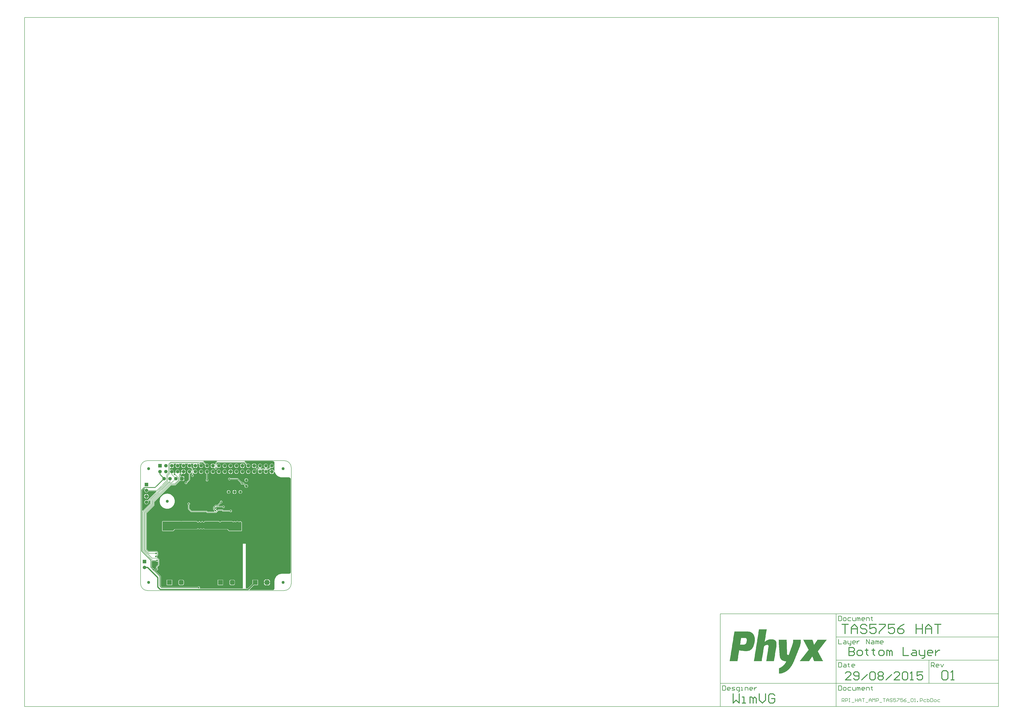
<source format=gbl>
G04 Layer_Physical_Order=2*
G04 Layer_Color=40191*
%FSLAX25Y25*%
%MOIN*%
G70*
G01*
G75*
%ADD10C,0.01969*%
%ADD32C,0.00984*%
%ADD33C,0.00787*%
%ADD34C,0.01181*%
%ADD35C,0.01575*%
%ADD40C,0.05118*%
%ADD41R,0.05906X0.05906*%
%ADD42C,0.05906*%
%ADD43C,0.04724*%
%ADD44R,0.05906X0.05906*%
%ADD45R,0.07874X0.07874*%
G04:AMPARAMS|DCode=46|XSize=78.74mil|YSize=78.74mil|CornerRadius=19.69mil|HoleSize=0mil|Usage=FLASHONLY|Rotation=0.000|XOffset=0mil|YOffset=0mil|HoleType=Round|Shape=RoundedRectangle|*
%AMROUNDEDRECTD46*
21,1,0.07874,0.03937,0,0,0.0*
21,1,0.03937,0.07874,0,0,0.0*
1,1,0.03937,0.01969,-0.01969*
1,1,0.03937,-0.01969,-0.01969*
1,1,0.03937,-0.01969,0.01969*
1,1,0.03937,0.01969,0.01969*
%
%ADD46ROUNDEDRECTD46*%
%ADD47C,0.02756*%
G36*
X7147Y173438D02*
X7427Y172655D01*
X7464Y172516D01*
X6905Y171787D01*
X6548Y170925D01*
X6426Y170000D01*
X6548Y169075D01*
X6905Y168213D01*
X7473Y167473D01*
X8213Y166905D01*
X9075Y166548D01*
X10000Y166426D01*
X10925Y166548D01*
X11787Y166905D01*
X12527Y167473D01*
X13095Y168213D01*
X13420Y168997D01*
X26815D01*
X27223Y168012D01*
X12081Y152870D01*
X11787Y153095D01*
X10925Y153452D01*
X10000Y153574D01*
X9075Y153452D01*
X8213Y153095D01*
X7473Y152527D01*
X6905Y151787D01*
X6548Y150925D01*
X6426Y150000D01*
X6548Y149075D01*
X6905Y148213D01*
X7473Y147473D01*
X8213Y146905D01*
X9075Y146548D01*
X10000Y146426D01*
X10925Y146548D01*
X11787Y146905D01*
X12527Y147473D01*
X13095Y148213D01*
X13452Y149075D01*
X13574Y150000D01*
X13452Y150925D01*
X13312Y151263D01*
X15335Y153286D01*
X16319Y152878D01*
Y147660D01*
X4157Y135497D01*
X3173Y135905D01*
Y170367D01*
X6337Y173532D01*
X7147Y173438D01*
D02*
G37*
G36*
X224410Y219662D02*
X225219Y219555D01*
X225973Y219243D01*
X226620Y218746D01*
X227117Y218099D01*
X227429Y217345D01*
X227536Y216535D01*
X227544Y216535D01*
Y204724D01*
X227520D01*
X227632Y203299D01*
X226663Y203066D01*
X226406Y203686D01*
X225773Y204512D01*
X224947Y205146D01*
X223986Y205544D01*
X223454Y205614D01*
Y201693D01*
Y197772D01*
X223986Y197842D01*
X224947Y198240D01*
X225773Y198874D01*
X226406Y199699D01*
X226805Y200661D01*
X226940Y201693D01*
X227907Y201785D01*
X228139Y200819D01*
X228898Y198987D01*
X229934Y197296D01*
X231222Y195788D01*
X232729Y194501D01*
X234420Y193464D01*
X236252Y192706D01*
X238180Y192243D01*
X240158Y192087D01*
Y192111D01*
X251969D01*
X251969Y192103D01*
X252778Y191996D01*
X253532Y191684D01*
X254179Y191187D01*
X254676Y190540D01*
X254988Y189786D01*
X255095Y188976D01*
X255103D01*
Y31496D01*
X255095D01*
X254988Y30687D01*
X254676Y29933D01*
X254179Y29285D01*
X253532Y28789D01*
X252778Y28476D01*
X251969Y28370D01*
X251969Y28362D01*
X240158D01*
Y28385D01*
X238180Y28230D01*
X236252Y27767D01*
X234420Y27008D01*
X232729Y25972D01*
X231222Y24684D01*
X229934Y23176D01*
X228898Y21485D01*
X228139Y19653D01*
X227676Y17725D01*
X227520Y15748D01*
X227544D01*
Y3937D01*
X227536Y3937D01*
X227429Y3128D01*
X227117Y2374D01*
X226620Y1726D01*
X225973Y1230D01*
X225219Y917D01*
X224410Y811D01*
Y803D01*
X185304D01*
X184928Y1712D01*
X192468Y9252D01*
X199252D01*
Y18307D01*
X190197D01*
Y11523D01*
X182051Y3377D01*
X179622D01*
X178789Y3937D01*
Y78740D01*
X178602Y79192D01*
X178150Y79379D01*
X174213D01*
X173761Y79192D01*
X173573Y78740D01*
Y3937D01*
X172740Y3377D01*
X101207D01*
X100673Y4350D01*
X100826Y5118D01*
X100673Y5886D01*
X100238Y6537D01*
X99587Y6972D01*
X98819Y7125D01*
X98051Y6972D01*
X97400Y6537D01*
X97256Y6322D01*
X35932D01*
X34275Y7979D01*
Y24016D01*
X34183Y24477D01*
X33922Y24867D01*
X33922Y24867D01*
X23610Y35179D01*
X23661Y35433D01*
X23508Y36201D01*
X23073Y36852D01*
X22422Y37287D01*
X21654Y37440D01*
X21400Y37390D01*
X18921Y39869D01*
Y49950D01*
X19476Y50283D01*
X19905Y50395D01*
X20116Y50254D01*
X20501Y50178D01*
X26256D01*
X26534Y49762D01*
X27185Y49327D01*
X27953Y49174D01*
X28721Y49327D01*
X28721Y49327D01*
X29705Y48801D01*
Y44116D01*
X26849Y41261D01*
X26632Y40935D01*
X26555Y40551D01*
Y37917D01*
X26140Y37640D01*
X25705Y36988D01*
X25552Y36220D01*
X25705Y35452D01*
X26140Y34801D01*
X26791Y34366D01*
X27559Y34213D01*
X28327Y34366D01*
X28978Y34801D01*
X29413Y35452D01*
X29566Y36220D01*
X29413Y36988D01*
X28978Y37640D01*
X28563Y37917D01*
Y40135D01*
X31418Y42991D01*
X31636Y43317D01*
X31712Y43701D01*
Y52756D01*
X31636Y53140D01*
X31418Y53465D01*
X29450Y55434D01*
X29124Y55651D01*
X28740Y55728D01*
X28208D01*
X28099Y55858D01*
X27772Y56712D01*
X28035Y57106D01*
X28188Y57874D01*
X28091Y58364D01*
X29450Y59724D01*
X29667Y60049D01*
X29744Y60433D01*
Y64567D01*
X29667Y64951D01*
X29450Y65276D01*
X28269Y66458D01*
X27943Y66675D01*
X27559Y66752D01*
X13802D01*
X10452Y70101D01*
Y131474D01*
X23151Y144172D01*
X23368Y144498D01*
X23445Y144882D01*
Y150667D01*
X51302Y178524D01*
X58661D01*
X59045Y178600D01*
X59371Y178818D01*
X66458Y185905D01*
X66553Y186047D01*
X69500D01*
Y190000D01*
Y193953D01*
X66752D01*
Y194952D01*
X67567Y195660D01*
X67716Y195631D01*
X68485Y195783D01*
X69136Y196219D01*
X69571Y196870D01*
X69724Y197638D01*
X69651Y198004D01*
X70544Y198560D01*
X70960Y198240D01*
X71922Y197842D01*
X72453Y197772D01*
Y201193D01*
X69033D01*
X69103Y200661D01*
X69331Y200111D01*
X68536Y199458D01*
X68485Y199492D01*
X67716Y199645D01*
X66948Y199492D01*
X66865Y199436D01*
X66145Y200139D01*
X66406Y200768D01*
X66527Y201693D01*
X66406Y202618D01*
X66049Y203480D01*
X65481Y204220D01*
X64741Y204788D01*
X63879Y205145D01*
X62954Y205267D01*
X62029Y205145D01*
X61167Y204788D01*
X60426Y204220D01*
X59859Y203480D01*
X59501Y202618D01*
X59380Y201693D01*
X59501Y200768D01*
X59859Y199906D01*
X59852Y199858D01*
X58876Y199336D01*
X58642Y199492D01*
X57874Y199645D01*
X57106Y199492D01*
X56133Y199902D01*
X56085Y199994D01*
X56406Y200768D01*
X56527Y201693D01*
X56406Y202618D01*
X56049Y203480D01*
X55481Y204220D01*
X54741Y204788D01*
X53878Y205145D01*
X52953Y205267D01*
X52029Y205145D01*
X51167Y204788D01*
X50964Y204633D01*
X49980Y205118D01*
Y207752D01*
X50960Y208240D01*
X51922Y207842D01*
X52454Y207772D01*
Y211693D01*
X52953D01*
Y212193D01*
X56875D01*
X56805Y212725D01*
X56406Y213686D01*
X55896Y214351D01*
X56059Y214945D01*
X56317Y215335D01*
X60263D01*
X60597Y214351D01*
X60426Y214220D01*
X59859Y213480D01*
X59501Y212618D01*
X59380Y211693D01*
X59501Y210768D01*
X59859Y209906D01*
X60426Y209166D01*
X61167Y208598D01*
X62029Y208241D01*
X62954Y208119D01*
X63879Y208241D01*
X64741Y208598D01*
X65481Y209166D01*
X66049Y209906D01*
X66406Y210768D01*
X66527Y211693D01*
X66406Y212618D01*
X66049Y213480D01*
X65481Y214220D01*
X65310Y214351D01*
X65644Y215335D01*
X70263D01*
X70597Y214351D01*
X70426Y214220D01*
X69858Y213480D01*
X69502Y212618D01*
X69380Y211693D01*
X69502Y210768D01*
X69858Y209906D01*
X70426Y209166D01*
X71167Y208598D01*
X72029Y208241D01*
X72954Y208119D01*
X73879Y208241D01*
X74740Y208598D01*
X75481Y209166D01*
X76049Y209906D01*
X76406Y210768D01*
X76527Y211693D01*
X76406Y212618D01*
X76049Y213480D01*
X75481Y214220D01*
X75310Y214351D01*
X75644Y215335D01*
X80263D01*
X80597Y214351D01*
X80426Y214220D01*
X79858Y213480D01*
X79501Y212618D01*
X79380Y211693D01*
X79501Y210768D01*
X79858Y209906D01*
X80426Y209166D01*
X81167Y208598D01*
X82029Y208241D01*
X82954Y208119D01*
X83878Y208241D01*
X84662Y208565D01*
X87186Y206042D01*
Y203307D01*
X86201Y203112D01*
X86049Y203480D01*
X85481Y204220D01*
X84741Y204788D01*
X83878Y205145D01*
X82954Y205267D01*
X82029Y205145D01*
X81167Y204788D01*
X80426Y204220D01*
X79858Y203480D01*
X79501Y202618D01*
X79380Y201693D01*
X79501Y200768D01*
X79858Y199906D01*
X80426Y199166D01*
X81167Y198598D01*
X81950Y198273D01*
Y188487D01*
X77970Y184507D01*
X77933Y184531D01*
X77165Y184684D01*
X76397Y184531D01*
X75746Y184096D01*
X75311Y183445D01*
X75158Y182677D01*
X75311Y181909D01*
X75746Y181258D01*
X76397Y180823D01*
X77165Y180670D01*
X77933Y180823D01*
X78585Y181258D01*
X79020Y181909D01*
X79172Y182677D01*
X79140Y182839D01*
X83663Y187362D01*
X83881Y187688D01*
X83957Y188072D01*
Y198273D01*
X84741Y198598D01*
X85481Y199166D01*
X86049Y199906D01*
X86201Y200274D01*
X87186Y200079D01*
Y196579D01*
X86770Y196301D01*
X86335Y195650D01*
X86182Y194882D01*
X86335Y194114D01*
X86770Y193463D01*
X87421Y193028D01*
X88189Y192875D01*
X88957Y193028D01*
X89608Y193463D01*
X90043Y194114D01*
X90196Y194882D01*
X90043Y195650D01*
X89608Y196301D01*
X89192Y196579D01*
Y199157D01*
X90177Y199491D01*
X90426Y199166D01*
X91167Y198598D01*
X92029Y198241D01*
X92954Y198119D01*
X93879Y198241D01*
X94740Y198598D01*
X95481Y199166D01*
X96049Y199906D01*
X96406Y200768D01*
X96527Y201693D01*
X96406Y202618D01*
X96049Y203480D01*
X95481Y204220D01*
X94740Y204788D01*
X93879Y205145D01*
X92954Y205267D01*
X92029Y205145D01*
X91167Y204788D01*
X90426Y204220D01*
X90177Y203895D01*
X89192Y204229D01*
Y206457D01*
X89116Y206841D01*
X88899Y207167D01*
X86081Y209984D01*
X86406Y210768D01*
X86527Y211693D01*
X86406Y212618D01*
X86049Y213480D01*
X85481Y214220D01*
X85310Y214351D01*
X85644Y215335D01*
X89590D01*
X89848Y214945D01*
X90011Y214351D01*
X89501Y213686D01*
X89103Y212725D01*
X89033Y212193D01*
X96875D01*
X96805Y212725D01*
X96406Y213686D01*
X95896Y214351D01*
X96059Y214945D01*
X96317Y215335D01*
X97892D01*
X99826Y213401D01*
X99502Y212618D01*
X99380Y211693D01*
X99502Y210768D01*
X99858Y209906D01*
X100426Y209166D01*
X101167Y208598D01*
X102029Y208241D01*
X102954Y208119D01*
X103879Y208241D01*
X104741Y208598D01*
X105481Y209166D01*
X106049Y209906D01*
X106406Y210768D01*
X106527Y211693D01*
X106406Y212618D01*
X106049Y213480D01*
X105481Y214220D01*
X104741Y214788D01*
X103879Y215145D01*
X102954Y215267D01*
X102029Y215145D01*
X101245Y214821D01*
X100262Y215804D01*
X100639Y216713D01*
X106514D01*
X109826Y213401D01*
X109502Y212618D01*
X109380Y211693D01*
X109502Y210768D01*
X109859Y209906D01*
X110426Y209166D01*
X111167Y208598D01*
X112029Y208241D01*
X112954Y208119D01*
X113879Y208241D01*
X114741Y208598D01*
X115481Y209166D01*
X116049Y209906D01*
X116406Y210768D01*
X116527Y211693D01*
X116406Y212618D01*
X116049Y213480D01*
X115481Y214220D01*
X114741Y214788D01*
X113879Y215145D01*
X112954Y215267D01*
X112029Y215145D01*
X111245Y214821D01*
X107640Y218426D01*
X107314Y218644D01*
X107105Y218685D01*
X107201Y219670D01*
X129492D01*
X129589Y218685D01*
X129380Y218644D01*
X129054Y218426D01*
X127243Y216615D01*
X127026Y216289D01*
X126949Y215905D01*
Y214596D01*
X125965Y214262D01*
X125773Y214512D01*
X124947Y215146D01*
X123986Y215544D01*
X123454Y215614D01*
Y211693D01*
Y207772D01*
X123986Y207842D01*
X124947Y208240D01*
X125120Y208373D01*
X126013Y207817D01*
X125946Y207480D01*
X126099Y206712D01*
X126533Y206061D01*
X127185Y205626D01*
X127953Y205473D01*
X128721Y205626D01*
X129372Y206061D01*
X129807Y206712D01*
X129960Y207480D01*
X129807Y208248D01*
X129513Y208689D01*
X129515Y208737D01*
X130113Y209018D01*
X130474Y209085D01*
X130549Y209072D01*
X131167Y208598D01*
X132029Y208241D01*
X132954Y208119D01*
X133879Y208241D01*
X134740Y208598D01*
X135481Y209166D01*
X136049Y209906D01*
X136406Y210768D01*
X136528Y211693D01*
X136406Y212618D01*
X136049Y213480D01*
X135481Y214220D01*
X134740Y214788D01*
X133879Y215145D01*
X132954Y215267D01*
X132029Y215145D01*
X131167Y214788D01*
X130427Y214220D01*
X129940Y213587D01*
X129573Y213601D01*
X128956Y213864D01*
Y215490D01*
X130180Y216713D01*
X176514D01*
X179826Y213401D01*
X179501Y212618D01*
X179380Y211693D01*
X179501Y210768D01*
X179859Y209906D01*
X180427Y209166D01*
X181167Y208598D01*
X182029Y208241D01*
X182954Y208119D01*
X183879Y208241D01*
X184741Y208598D01*
X185481Y209166D01*
X186049Y209906D01*
X186406Y210768D01*
X186528Y211693D01*
X186406Y212618D01*
X186049Y213480D01*
X185481Y214220D01*
X184741Y214788D01*
X183879Y215145D01*
X182954Y215267D01*
X182029Y215145D01*
X181245Y214821D01*
X177640Y218426D01*
X177314Y218644D01*
X177104Y218685D01*
X177201Y219670D01*
X224410D01*
Y219662D01*
D02*
G37*
%LPC*%
G36*
X159106Y166823D02*
X156281D01*
X156331Y166445D01*
X156669Y165627D01*
X157208Y164925D01*
X157911Y164386D01*
X158729Y164047D01*
X159106Y163997D01*
Y166823D01*
D02*
G37*
G36*
Y170648D02*
X158729Y170598D01*
X157911Y170260D01*
X157208Y169721D01*
X156669Y169018D01*
X156331Y168201D01*
X156281Y167823D01*
X159106D01*
Y170648D01*
D02*
G37*
G36*
X160106D02*
Y167823D01*
X162932D01*
X162882Y168201D01*
X162543Y169018D01*
X162004Y169721D01*
X161302Y170260D01*
X160484Y170598D01*
X160106Y170648D01*
D02*
G37*
G36*
X149606Y170301D02*
X148836Y170200D01*
X148117Y169902D01*
X147500Y169429D01*
X147027Y168812D01*
X146730Y168094D01*
X146628Y167323D01*
X146730Y166552D01*
X147027Y165834D01*
X147500Y165217D01*
X148117Y164744D01*
X148836Y164446D01*
X149606Y164345D01*
X150377Y164446D01*
X151095Y164744D01*
X151712Y165217D01*
X152185Y165834D01*
X152483Y166552D01*
X152585Y167323D01*
X152483Y168094D01*
X152185Y168812D01*
X151712Y169429D01*
X151095Y169902D01*
X150377Y170200D01*
X149606Y170301D01*
D02*
G37*
G36*
X162932Y166823D02*
X160106D01*
Y163997D01*
X160484Y164047D01*
X161302Y164386D01*
X162004Y164925D01*
X162543Y165627D01*
X162882Y166445D01*
X162932Y166823D01*
D02*
G37*
G36*
X169606Y170301D02*
X168835Y170200D01*
X168117Y169902D01*
X167500Y169429D01*
X167027Y168812D01*
X166730Y168094D01*
X166628Y167323D01*
X166730Y166552D01*
X167027Y165834D01*
X167500Y165217D01*
X168117Y164744D01*
X168835Y164446D01*
X169606Y164345D01*
X170377Y164446D01*
X171095Y164744D01*
X171712Y165217D01*
X172186Y165834D01*
X172483Y166552D01*
X172584Y167323D01*
X172483Y168094D01*
X172186Y168812D01*
X171712Y169429D01*
X171095Y169902D01*
X170377Y170200D01*
X169606Y170301D01*
D02*
G37*
G36*
X150886Y191279D02*
X150118Y191126D01*
X149467Y190691D01*
X149031Y190040D01*
X148879Y189272D01*
X149031Y188504D01*
X149467Y187852D01*
X150118Y187417D01*
X150886Y187265D01*
X151654Y187417D01*
X152305Y187852D01*
X152516Y188168D01*
X164602D01*
X170311Y182459D01*
X170237Y182087D01*
X170390Y181318D01*
X170825Y180667D01*
X171476Y180232D01*
X172244Y180079D01*
X173012Y180232D01*
X173663Y180667D01*
X174732Y180636D01*
X176889Y178479D01*
X176730Y178094D01*
X176628Y177323D01*
X176730Y176552D01*
X177027Y175834D01*
X177500Y175217D01*
X178117Y174744D01*
X178835Y174446D01*
X179606Y174345D01*
X180377Y174446D01*
X181095Y174744D01*
X181712Y175217D01*
X182185Y175834D01*
X182483Y176552D01*
X182585Y177323D01*
X182483Y178094D01*
X182185Y178812D01*
X181712Y179429D01*
X181095Y179902D01*
X180377Y180200D01*
X179606Y180301D01*
X178835Y180200D01*
X178450Y180040D01*
X175623Y182867D01*
X175265Y183107D01*
X174843Y183191D01*
X173874D01*
X173663Y183506D01*
X173012Y183941D01*
X172244Y184094D01*
X171872Y184020D01*
X165840Y190052D01*
X165481Y190292D01*
X165059Y190375D01*
X152516D01*
X152305Y190691D01*
X151654Y191126D01*
X150886Y191279D01*
D02*
G37*
G36*
X76875Y201193D02*
X73453D01*
Y197772D01*
X73985Y197842D01*
X74947Y198240D01*
X75773Y198874D01*
X76406Y199699D01*
X76805Y200661D01*
X76875Y201193D01*
D02*
G37*
G36*
X152454D02*
X149033D01*
X149103Y200661D01*
X149501Y199699D01*
X150134Y198874D01*
X150960Y198240D01*
X151922Y197842D01*
X152454Y197772D01*
Y201193D01*
D02*
G37*
G36*
X156875D02*
X153454D01*
Y197772D01*
X153986Y197842D01*
X154947Y198240D01*
X155773Y198874D01*
X156406Y199699D01*
X156805Y200661D01*
X156875Y201193D01*
D02*
G37*
G36*
X73953Y193953D02*
X70500D01*
Y190500D01*
X73953D01*
Y193953D01*
D02*
G37*
G36*
X179606Y190301D02*
X178835Y190200D01*
X178117Y189902D01*
X177500Y189429D01*
X177027Y188812D01*
X176730Y188094D01*
X176628Y187323D01*
X176730Y186552D01*
X177027Y185834D01*
X177500Y185217D01*
X178117Y184744D01*
X178835Y184446D01*
X179606Y184345D01*
X180377Y184446D01*
X181095Y184744D01*
X181712Y185217D01*
X182185Y185834D01*
X182483Y186552D01*
X182585Y187323D01*
X182483Y188094D01*
X182185Y188812D01*
X181712Y189429D01*
X181095Y189902D01*
X180377Y190200D01*
X179606Y190301D01*
D02*
G37*
G36*
X112954Y205267D02*
X112029Y205145D01*
X111167Y204788D01*
X110426Y204220D01*
X109859Y203480D01*
X109502Y202618D01*
X109380Y201693D01*
X109502Y200768D01*
X109859Y199906D01*
X110426Y199166D01*
X111167Y198598D01*
X111749Y198356D01*
Y188964D01*
X111534Y188821D01*
X111099Y188170D01*
X110947Y187402D01*
X111099Y186634D01*
X111534Y185982D01*
X112186Y185547D01*
X112954Y185395D01*
X113722Y185547D01*
X114373Y185982D01*
X114808Y186634D01*
X114961Y187402D01*
X114808Y188170D01*
X114373Y188821D01*
X114158Y188964D01*
Y198356D01*
X114741Y198598D01*
X115481Y199166D01*
X116049Y199906D01*
X116406Y200768D01*
X116527Y201693D01*
X116406Y202618D01*
X116049Y203480D01*
X115481Y204220D01*
X114741Y204788D01*
X113879Y205145D01*
X112954Y205267D01*
D02*
G37*
G36*
X73953Y189500D02*
X70500D01*
Y186047D01*
X73953D01*
Y189500D01*
D02*
G37*
G36*
X10500Y163921D02*
Y160500D01*
X13921D01*
X13851Y161032D01*
X13453Y161993D01*
X12819Y162819D01*
X11993Y163453D01*
X11032Y163851D01*
X10500Y163921D01*
D02*
G37*
G36*
X53583Y18307D02*
X44528D01*
Y9252D01*
X53583D01*
Y18307D01*
D02*
G37*
G36*
X140197D02*
X131142D01*
Y9252D01*
X140197D01*
Y18307D01*
D02*
G37*
G36*
X214224Y18742D02*
X212756D01*
X211981Y18640D01*
X211259Y18341D01*
X210639Y17865D01*
X210163Y17245D01*
X209864Y16523D01*
X209762Y15748D01*
Y14279D01*
X214224D01*
Y18742D01*
D02*
G37*
G36*
X157638Y18329D02*
X153701D01*
X153033Y18241D01*
X152410Y17983D01*
X151876Y17573D01*
X151465Y17039D01*
X151208Y16416D01*
X151120Y15748D01*
Y11811D01*
X151208Y11143D01*
X151465Y10520D01*
X151876Y9986D01*
X152410Y9576D01*
X153033Y9318D01*
X153701Y9230D01*
X157638D01*
X158306Y9318D01*
X158928Y9576D01*
X159463Y9986D01*
X159873Y10520D01*
X160131Y11143D01*
X160219Y11811D01*
Y15748D01*
X160131Y16416D01*
X159873Y17039D01*
X159463Y17573D01*
X158928Y17983D01*
X158306Y18241D01*
X157638Y18329D01*
D02*
G37*
G36*
X214224Y13280D02*
X209762D01*
Y11811D01*
X209864Y11036D01*
X210163Y10314D01*
X210639Y9694D01*
X211259Y9218D01*
X211981Y8919D01*
X212756Y8817D01*
X214224D01*
Y13280D01*
D02*
G37*
G36*
X219687D02*
X215224D01*
Y8817D01*
X216693D01*
X217468Y8919D01*
X218190Y9218D01*
X218810Y9694D01*
X219286Y10314D01*
X219585Y11036D01*
X219687Y11811D01*
Y13280D01*
D02*
G37*
G36*
X71024Y18329D02*
X67087D01*
X66419Y18241D01*
X65796Y17983D01*
X65262Y17573D01*
X64851Y17039D01*
X64593Y16416D01*
X64505Y15748D01*
Y11811D01*
X64593Y11143D01*
X64851Y10520D01*
X65262Y9986D01*
X65796Y9576D01*
X66419Y9318D01*
X67087Y9230D01*
X71024D01*
X71692Y9318D01*
X72314Y9576D01*
X72849Y9986D01*
X73259Y10520D01*
X73517Y11143D01*
X73605Y11811D01*
Y15748D01*
X73517Y16416D01*
X73259Y17039D01*
X72849Y17573D01*
X72314Y17983D01*
X71692Y18241D01*
X71024Y18329D01*
D02*
G37*
G36*
X9500Y159500D02*
X6079D01*
X6149Y158968D01*
X6547Y158007D01*
X7181Y157181D01*
X8007Y156547D01*
X8968Y156149D01*
X9500Y156079D01*
Y159500D01*
D02*
G37*
G36*
X13921D02*
X10500D01*
Y156079D01*
X11032Y156149D01*
X11993Y156547D01*
X12819Y157181D01*
X13453Y158007D01*
X13851Y158968D01*
X13921Y159500D01*
D02*
G37*
G36*
X9500Y163921D02*
X8968Y163851D01*
X8007Y163453D01*
X7181Y162819D01*
X6547Y161993D01*
X6149Y161032D01*
X6079Y160500D01*
X9500D01*
Y163921D01*
D02*
G37*
G36*
X45276Y164410D02*
X43268Y164252D01*
X41309Y163781D01*
X39449Y163011D01*
X37732Y161958D01*
X36200Y160650D01*
X34892Y159119D01*
X33840Y157402D01*
X33069Y155541D01*
X32599Y153583D01*
X32441Y151575D01*
X32599Y149567D01*
X33069Y147609D01*
X33840Y145748D01*
X34892Y144031D01*
X36200Y142499D01*
X37732Y141191D01*
X39449Y140139D01*
X41309Y139368D01*
X43268Y138898D01*
X45276Y138740D01*
X47283Y138898D01*
X49242Y139368D01*
X51103Y140139D01*
X52820Y141191D01*
X54351Y142499D01*
X55659Y144031D01*
X56712Y145748D01*
X57482Y147609D01*
X57952Y149567D01*
X58110Y151575D01*
X57952Y153583D01*
X57482Y155541D01*
X56712Y157402D01*
X55659Y159119D01*
X54351Y160650D01*
X52820Y161958D01*
X51103Y163011D01*
X49242Y163781D01*
X47283Y164252D01*
X45276Y164410D01*
D02*
G37*
G36*
X216693Y18742D02*
X215224D01*
Y14279D01*
X219687D01*
Y15748D01*
X219585Y16523D01*
X219286Y17245D01*
X218810Y17865D01*
X218190Y18341D01*
X217468Y18640D01*
X216693Y18742D01*
D02*
G37*
G36*
X169550Y117765D02*
X169033D01*
X168972Y117740D01*
X168908Y117753D01*
X168753Y117649D01*
X168581Y117578D01*
X168556Y117517D01*
X168501Y117481D01*
X168281Y117152D01*
X167841Y116858D01*
X167323Y116755D01*
X166804Y116858D01*
X166365Y117152D01*
X166145Y117481D01*
X166090Y117517D01*
X166065Y117578D01*
X165893Y117649D01*
X165738Y117753D01*
X165673Y117740D01*
X165613Y117765D01*
X163127D01*
X163067Y117740D01*
X163003Y117753D01*
X162847Y117649D01*
X162675Y117578D01*
X162650Y117517D01*
X162596Y117481D01*
X162376Y117152D01*
X161936Y116858D01*
X161417Y116755D01*
X160899Y116858D01*
X160459Y117152D01*
X160239Y117481D01*
X160185Y117517D01*
X160160Y117578D01*
X159987Y117649D01*
X159832Y117753D01*
X159768Y117740D01*
X159707Y117765D01*
X159190D01*
X159130Y117740D01*
X159065Y117753D01*
X158910Y117649D01*
X158738Y117578D01*
X158713Y117517D01*
X158659Y117481D01*
X158439Y117152D01*
X157999Y116858D01*
X157480Y116755D01*
X156962Y116858D01*
X156522Y117152D01*
X156302Y117481D01*
X156247Y117517D01*
X156222Y117578D01*
X156050Y117649D01*
X155895Y117753D01*
X155831Y117740D01*
X155771Y117765D01*
X136929D01*
X136757Y117694D01*
X136574Y117657D01*
X136538Y117603D01*
X136477Y117578D01*
X136406Y117406D01*
X136302Y117251D01*
X136292Y117198D01*
X135998Y116758D01*
X135558Y116464D01*
X135039Y116361D01*
X134521Y116464D01*
X134081Y116758D01*
X133787Y117198D01*
X133777Y117251D01*
X133673Y117406D01*
X133602Y117578D01*
X133541Y117603D01*
X133505Y117657D01*
X133322Y117694D01*
X133150Y117765D01*
X109015D01*
X108843Y117694D01*
X108660Y117657D01*
X108624Y117603D01*
X108563Y117578D01*
X108492Y117406D01*
X108388Y117251D01*
X108339Y117001D01*
X108045Y116561D01*
X107605Y116268D01*
X107087Y116164D01*
X106568Y116268D01*
X106128Y116561D01*
X105834Y117001D01*
X105785Y117251D01*
X105681Y117406D01*
X105610Y117578D01*
X105549Y117603D01*
X105513Y117657D01*
X105330Y117694D01*
X105158Y117765D01*
X104291D01*
X104119Y117694D01*
X103936Y117657D01*
X103900Y117603D01*
X103839Y117578D01*
X103768Y117406D01*
X103664Y117251D01*
X103614Y117001D01*
X103321Y116561D01*
X102881Y116268D01*
X102362Y116164D01*
X101844Y116268D01*
X101404Y116561D01*
X101110Y117001D01*
X101060Y117251D01*
X100957Y117406D01*
X100885Y117578D01*
X100825Y117603D01*
X100789Y117657D01*
X100606Y117694D01*
X100433Y117765D01*
X99567D01*
X99394Y117694D01*
X99211Y117657D01*
X99175Y117603D01*
X99115Y117578D01*
X99043Y117406D01*
X98940Y117251D01*
X98890Y117001D01*
X98596Y116561D01*
X98156Y116268D01*
X97638Y116164D01*
X97119Y116268D01*
X96679Y116561D01*
X96386Y117001D01*
X96336Y117251D01*
X96232Y117406D01*
X96161Y117578D01*
X96100Y117603D01*
X96064Y117657D01*
X95881Y117694D01*
X95709Y117765D01*
X69986D01*
X69814Y117694D01*
X69631Y117657D01*
X69613Y117646D01*
X69095Y117542D01*
X68576Y117646D01*
X68558Y117657D01*
X68375Y117694D01*
X68203Y117765D01*
X37402D01*
X36950Y117578D01*
X36762Y117126D01*
Y101732D01*
X36950Y101279D01*
X37303Y100926D01*
X37755Y100739D01*
X55118Y100739D01*
X55570Y100926D01*
X58336Y103691D01*
X95928D01*
X95988Y103717D01*
X96053Y103704D01*
X96208Y103807D01*
X96380Y103879D01*
X96405Y103939D01*
X96459Y103976D01*
X96679Y104305D01*
X97119Y104599D01*
X97638Y104702D01*
X98156Y104599D01*
X98596Y104305D01*
X98816Y103976D01*
X98871Y103939D01*
X98896Y103879D01*
X99068Y103807D01*
X99223Y103704D01*
X99287Y103717D01*
X99348Y103691D01*
X100652D01*
X100713Y103717D01*
X100777Y103704D01*
X100932Y103807D01*
X101104Y103879D01*
X101129Y103939D01*
X101184Y103976D01*
X101404Y104305D01*
X101844Y104599D01*
X102362Y104702D01*
X102881Y104599D01*
X103321Y104305D01*
X103541Y103976D01*
X103595Y103939D01*
X103620Y103879D01*
X103792Y103807D01*
X103947Y103704D01*
X104012Y103717D01*
X104072Y103691D01*
X105377D01*
X105437Y103717D01*
X105501Y103704D01*
X105657Y103807D01*
X105829Y103879D01*
X105854Y103939D01*
X105908Y103976D01*
X106128Y104305D01*
X106568Y104599D01*
X107087Y104702D01*
X107605Y104599D01*
X108045Y104305D01*
X108265Y103976D01*
X108319Y103939D01*
X108344Y103879D01*
X108517Y103807D01*
X108672Y103704D01*
X108736Y103717D01*
X108797Y103691D01*
X147373D01*
X150139Y100926D01*
X150591Y100739D01*
X171260D01*
X171712Y100926D01*
X171899Y101378D01*
Y116103D01*
X171828Y116275D01*
X171791Y116458D01*
X171737Y116495D01*
X171712Y116555D01*
X171540Y116627D01*
X171385Y116730D01*
X170741Y116858D01*
X170301Y117152D01*
X170081Y117481D01*
X170027Y117517D01*
X170002Y117578D01*
X169830Y117649D01*
X169675Y117753D01*
X169611Y117740D01*
X169550Y117765D01*
D02*
G37*
G36*
X136944Y152337D02*
X136176Y152184D01*
X135525Y151750D01*
X135090Y151098D01*
X134937Y150330D01*
X135011Y149958D01*
X130251Y145198D01*
X127165D01*
X126743Y145114D01*
X126385Y144875D01*
X123629Y142119D01*
X123390Y141761D01*
X123306Y141339D01*
Y138386D01*
X123390Y137963D01*
X123629Y137605D01*
X125035Y136199D01*
X124961Y135827D01*
X125114Y135059D01*
X125377Y134665D01*
X125050Y133811D01*
X124941Y133681D01*
X114195D01*
X112914Y134962D01*
X112589Y135179D01*
X112205Y135256D01*
X86636D01*
X82893Y138998D01*
Y145547D01*
X83309Y145825D01*
X83744Y146476D01*
X83897Y147244D01*
X83744Y148012D01*
X83309Y148663D01*
X82658Y149098D01*
X81890Y149251D01*
X81122Y149098D01*
X80471Y148663D01*
X80036Y148012D01*
X79883Y147244D01*
X80036Y146476D01*
X80471Y145825D01*
X80886Y145547D01*
Y138583D01*
X80963Y138199D01*
X81180Y137873D01*
X85511Y133542D01*
X85836Y133325D01*
X86221Y133248D01*
X111789D01*
X113070Y131968D01*
X113396Y131750D01*
X113779Y131674D01*
X127756D01*
X128140Y131750D01*
X128465Y131968D01*
X132109Y135611D01*
X138561D01*
X139842Y134330D01*
X140167Y134112D01*
X140551Y134036D01*
X151453D01*
X151730Y133620D01*
X152382Y133185D01*
X153150Y133032D01*
X153918Y133185D01*
X154569Y133620D01*
X155004Y134271D01*
X155157Y135039D01*
X155004Y135807D01*
X154569Y136459D01*
X153918Y136894D01*
X153150Y137046D01*
X152382Y136894D01*
X151730Y136459D01*
X151453Y136043D01*
X140967D01*
X139686Y137324D01*
X139360Y137541D01*
X138976Y137618D01*
X131693D01*
X131309Y137541D01*
X130983Y137324D01*
X129897Y136238D01*
X128829Y136562D01*
X128823Y136595D01*
X128388Y137246D01*
X128388Y138345D01*
X128823Y138996D01*
X128976Y139764D01*
X128902Y140136D01*
X129788Y141022D01*
X139315D01*
X139526Y140707D01*
X140177Y140272D01*
X140945Y140119D01*
X141713Y140272D01*
X142364Y140707D01*
X142799Y141358D01*
X142952Y142126D01*
X142799Y142894D01*
X142364Y143545D01*
X141713Y143980D01*
X140945Y144133D01*
X140177Y143980D01*
X139526Y143545D01*
X139315Y143230D01*
X132797D01*
X132389Y144214D01*
X136573Y148397D01*
X136944Y148323D01*
X137713Y148476D01*
X138364Y148911D01*
X138799Y149562D01*
X138952Y150330D01*
X138799Y151098D01*
X138364Y151750D01*
X137713Y152184D01*
X136944Y152337D01*
D02*
G37*
G36*
X222454Y201193D02*
X219033D01*
X219103Y200661D01*
X219501Y199699D01*
X220134Y198874D01*
X220960Y198240D01*
X221922Y197842D01*
X222454Y197772D01*
Y201193D01*
D02*
G37*
G36*
X92454Y211193D02*
X89033D01*
X89103Y210661D01*
X89501Y209700D01*
X90134Y208874D01*
X90960Y208240D01*
X91922Y207842D01*
X92454Y207772D01*
Y211193D01*
D02*
G37*
G36*
X96875D02*
X93454D01*
Y207772D01*
X93985Y207842D01*
X94947Y208240D01*
X95773Y208874D01*
X96406Y209700D01*
X96805Y210661D01*
X96875Y211193D01*
D02*
G37*
G36*
X122454D02*
X119033D01*
X119103Y210661D01*
X119501Y209700D01*
X120134Y208874D01*
X120960Y208240D01*
X121922Y207842D01*
X122454Y207772D01*
Y211193D01*
D02*
G37*
G36*
X196875Y211193D02*
X193454D01*
Y207772D01*
X193985Y207842D01*
X194947Y208240D01*
X195773Y208874D01*
X196406Y209700D01*
X196805Y210661D01*
X196875Y211193D01*
D02*
G37*
G36*
X172454D02*
X169033D01*
X169103Y210661D01*
X169501Y209700D01*
X170134Y208874D01*
X170960Y208240D01*
X171922Y207842D01*
X172454Y207772D01*
Y211193D01*
D02*
G37*
G36*
X176875D02*
X173454D01*
Y207772D01*
X173986Y207842D01*
X174947Y208240D01*
X175773Y208874D01*
X176406Y209700D01*
X176805Y210661D01*
X176875Y211193D01*
D02*
G37*
G36*
X192454D02*
X189033D01*
X189103Y210661D01*
X189501Y209700D01*
X190135Y208874D01*
X190960Y208240D01*
X191922Y207842D01*
X192454Y207772D01*
Y211193D01*
D02*
G37*
G36*
X142954Y215267D02*
X142029Y215145D01*
X141167Y214788D01*
X140427Y214220D01*
X139858Y213480D01*
X139502Y212618D01*
X139380Y211693D01*
X139502Y210768D01*
X139858Y209906D01*
X140427Y209166D01*
X141167Y208598D01*
X142029Y208241D01*
X142954Y208119D01*
X143879Y208241D01*
X144740Y208598D01*
X145481Y209166D01*
X146049Y209906D01*
X146406Y210768D01*
X146527Y211693D01*
X146406Y212618D01*
X146049Y213480D01*
X145481Y214220D01*
X144740Y214788D01*
X143879Y215145D01*
X142954Y215267D01*
D02*
G37*
G36*
X192454Y215614D02*
X191922Y215544D01*
X190960Y215146D01*
X190135Y214512D01*
X189501Y213686D01*
X189103Y212725D01*
X189033Y212193D01*
X192454D01*
Y215614D01*
D02*
G37*
G36*
X193454D02*
Y212193D01*
X196875D01*
X196805Y212725D01*
X196406Y213686D01*
X195773Y214512D01*
X194947Y215146D01*
X193985Y215544D01*
X193454Y215614D01*
D02*
G37*
G36*
X122454Y215614D02*
X121922Y215544D01*
X120960Y215146D01*
X120134Y214512D01*
X119501Y213686D01*
X119103Y212725D01*
X119033Y212193D01*
X122454D01*
Y215614D01*
D02*
G37*
G36*
X173454Y215614D02*
Y212193D01*
X176875D01*
X176805Y212725D01*
X176406Y213686D01*
X175773Y214512D01*
X174947Y215146D01*
X173986Y215544D01*
X173454Y215614D01*
D02*
G37*
G36*
X152954Y215267D02*
X152029Y215145D01*
X151167Y214788D01*
X150426Y214220D01*
X149858Y213480D01*
X149502Y212618D01*
X149380Y211693D01*
X149502Y210768D01*
X149858Y209906D01*
X150426Y209166D01*
X151167Y208598D01*
X152029Y208241D01*
X152954Y208119D01*
X153879Y208241D01*
X154741Y208598D01*
X155481Y209166D01*
X156049Y209906D01*
X156406Y210768D01*
X156527Y211693D01*
X156406Y212618D01*
X156049Y213480D01*
X155481Y214220D01*
X154741Y214788D01*
X153879Y215145D01*
X152954Y215267D01*
D02*
G37*
G36*
X162954D02*
X162029Y215145D01*
X161167Y214788D01*
X160426Y214220D01*
X159859Y213480D01*
X159502Y212618D01*
X159380Y211693D01*
X159502Y210768D01*
X159859Y209906D01*
X160426Y209166D01*
X161167Y208598D01*
X162029Y208241D01*
X162954Y208119D01*
X163879Y208241D01*
X164741Y208598D01*
X165481Y209166D01*
X166049Y209906D01*
X166406Y210768D01*
X166527Y211693D01*
X166406Y212618D01*
X166049Y213480D01*
X165481Y214220D01*
X164741Y214788D01*
X163879Y215145D01*
X162954Y215267D01*
D02*
G37*
G36*
X172454Y215614D02*
X171922Y215544D01*
X170960Y215146D01*
X170134Y214512D01*
X169501Y213686D01*
X169103Y212725D01*
X169033Y212193D01*
X172454D01*
Y215614D01*
D02*
G37*
G36*
X182954Y205267D02*
X182029Y205145D01*
X181167Y204788D01*
X180427Y204220D01*
X179859Y203480D01*
X179501Y202618D01*
X179380Y201693D01*
X179501Y200768D01*
X179859Y199906D01*
X180427Y199166D01*
X181167Y198598D01*
X182029Y198241D01*
X182954Y198119D01*
X183879Y198241D01*
X184740Y198598D01*
X185481Y199166D01*
X186049Y199906D01*
X186406Y200768D01*
X186528Y201693D01*
X186406Y202618D01*
X186049Y203480D01*
X185481Y204220D01*
X184740Y204788D01*
X183879Y205145D01*
X182954Y205267D01*
D02*
G37*
G36*
X192954D02*
X192029Y205145D01*
X191167Y204788D01*
X190427Y204220D01*
X189858Y203480D01*
X189502Y202618D01*
X189380Y201693D01*
X189502Y200768D01*
X189858Y199906D01*
X190427Y199166D01*
X191167Y198598D01*
X192029Y198241D01*
X192954Y198119D01*
X193879Y198241D01*
X194741Y198598D01*
X195481Y199166D01*
X196049Y199906D01*
X196406Y200768D01*
X196528Y201693D01*
X196406Y202618D01*
X196049Y203480D01*
X195481Y204220D01*
X194741Y204788D01*
X193879Y205145D01*
X192954Y205267D01*
D02*
G37*
G36*
X172954Y205267D02*
X172029Y205145D01*
X171167Y204788D01*
X170426Y204220D01*
X169859Y203480D01*
X169501Y202618D01*
X169380Y201693D01*
X169501Y200768D01*
X169859Y199906D01*
X170426Y199166D01*
X171167Y198598D01*
X172029Y198241D01*
X172954Y198119D01*
X173879Y198241D01*
X174741Y198598D01*
X175481Y199166D01*
X176049Y199906D01*
X176406Y200768D01*
X176528Y201693D01*
X176406Y202618D01*
X176049Y203480D01*
X175481Y204220D01*
X174741Y204788D01*
X173879Y205145D01*
X172954Y205267D01*
D02*
G37*
G36*
X162954Y205267D02*
X162029Y205145D01*
X161167Y204788D01*
X160426Y204220D01*
X159859Y203480D01*
X159502Y202618D01*
X159380Y201693D01*
X159502Y200768D01*
X159859Y199906D01*
X160426Y199166D01*
X161167Y198598D01*
X162029Y198241D01*
X162954Y198119D01*
X163879Y198241D01*
X164741Y198598D01*
X165481Y199166D01*
X166049Y199906D01*
X166406Y200768D01*
X166527Y201693D01*
X166406Y202618D01*
X166049Y203480D01*
X165481Y204220D01*
X164741Y204788D01*
X163879Y205145D01*
X162954Y205267D01*
D02*
G37*
G36*
X122954D02*
X122029Y205145D01*
X121167Y204788D01*
X120426Y204220D01*
X119859Y203480D01*
X119501Y202618D01*
X119380Y201693D01*
X119501Y200768D01*
X119859Y199906D01*
X120426Y199166D01*
X121167Y198598D01*
X122029Y198241D01*
X122954Y198119D01*
X123879Y198241D01*
X124741Y198598D01*
X125481Y199166D01*
X126049Y199906D01*
X126406Y200768D01*
X126527Y201693D01*
X126406Y202618D01*
X126049Y203480D01*
X125481Y204220D01*
X124741Y204788D01*
X123879Y205145D01*
X122954Y205267D01*
D02*
G37*
G36*
X132954D02*
X132029Y205145D01*
X131167Y204788D01*
X130427Y204220D01*
X129859Y203480D01*
X129501Y202618D01*
X129380Y201693D01*
X129501Y200768D01*
X129859Y199906D01*
X130427Y199166D01*
X131167Y198598D01*
X132029Y198241D01*
X132954Y198119D01*
X133879Y198241D01*
X134740Y198598D01*
X135481Y199166D01*
X136049Y199906D01*
X136406Y200768D01*
X136527Y201693D01*
X136406Y202618D01*
X136049Y203480D01*
X135481Y204220D01*
X134740Y204788D01*
X133879Y205145D01*
X132954Y205267D01*
D02*
G37*
G36*
X142954D02*
X142029Y205145D01*
X141167Y204788D01*
X140427Y204220D01*
X139858Y203480D01*
X139502Y202618D01*
X139380Y201693D01*
X139502Y200768D01*
X139858Y199906D01*
X140427Y199166D01*
X141167Y198598D01*
X142029Y198241D01*
X142954Y198119D01*
X143879Y198241D01*
X144740Y198598D01*
X145481Y199166D01*
X146049Y199906D01*
X146406Y200768D01*
X146527Y201693D01*
X146406Y202618D01*
X146049Y203480D01*
X145481Y204220D01*
X144740Y204788D01*
X143879Y205145D01*
X142954Y205267D01*
D02*
G37*
G36*
X102954D02*
X102029Y205145D01*
X101167Y204788D01*
X100426Y204220D01*
X99858Y203480D01*
X99502Y202618D01*
X99380Y201693D01*
X99502Y200768D01*
X99858Y199906D01*
X100426Y199166D01*
X101167Y198598D01*
X102029Y198241D01*
X102954Y198119D01*
X103879Y198241D01*
X104741Y198598D01*
X105481Y199166D01*
X106049Y199906D01*
X106406Y200768D01*
X106527Y201693D01*
X106406Y202618D01*
X106049Y203480D01*
X105481Y204220D01*
X104741Y204788D01*
X103879Y205145D01*
X102954Y205267D01*
D02*
G37*
G36*
X222454Y205614D02*
X221922Y205544D01*
X220960Y205146D01*
X220134Y204512D01*
X219501Y203686D01*
X219103Y202725D01*
X219033Y202193D01*
X222454D01*
Y205614D01*
D02*
G37*
G36*
X212954Y215267D02*
X212029Y215145D01*
X211167Y214788D01*
X210426Y214220D01*
X209859Y213480D01*
X209502Y212618D01*
X209380Y211693D01*
X209502Y210768D01*
X209859Y209906D01*
X210426Y209166D01*
X211167Y208598D01*
X212029Y208241D01*
X211835Y207303D01*
X204072D01*
X203879Y208241D01*
X204741Y208598D01*
X205481Y209166D01*
X206049Y209906D01*
X206406Y210768D01*
X206527Y211693D01*
X206406Y212618D01*
X206049Y213480D01*
X205481Y214220D01*
X204741Y214788D01*
X203879Y215145D01*
X202954Y215267D01*
X202029Y215145D01*
X201167Y214788D01*
X200427Y214220D01*
X199859Y213480D01*
X199502Y212618D01*
X199380Y211693D01*
X199502Y210768D01*
X199859Y209906D01*
X200427Y209166D01*
X201167Y208598D01*
X202029Y208241D01*
X201835Y207303D01*
X199729D01*
X199451Y207718D01*
X198800Y208154D01*
X198031Y208306D01*
X197263Y208154D01*
X196612Y207718D01*
X196177Y207067D01*
X196024Y206299D01*
X196177Y205531D01*
X196612Y204880D01*
X197263Y204445D01*
X198031Y204292D01*
X198800Y204445D01*
X199339Y204805D01*
X199614Y204778D01*
X199977Y204173D01*
X200025Y203697D01*
X199858Y203480D01*
X199502Y202618D01*
X199380Y201693D01*
X199502Y200768D01*
X199858Y199906D01*
X200427Y199166D01*
X201167Y198598D01*
X202029Y198241D01*
X202954Y198119D01*
X203879Y198241D01*
X204741Y198598D01*
X205481Y199166D01*
X206049Y199906D01*
X206406Y200768D01*
X206527Y201693D01*
X206406Y202618D01*
X206049Y203480D01*
X205481Y204220D01*
X205362Y204311D01*
X205696Y205296D01*
X210211D01*
X210546Y204311D01*
X210426Y204220D01*
X209859Y203480D01*
X209502Y202618D01*
X209380Y201693D01*
X209502Y200768D01*
X209859Y199906D01*
X210426Y199166D01*
X211167Y198598D01*
X212029Y198241D01*
X212954Y198119D01*
X213879Y198241D01*
X214740Y198598D01*
X215481Y199166D01*
X216049Y199906D01*
X216406Y200768D01*
X216528Y201693D01*
X216406Y202618D01*
X216049Y203480D01*
X215481Y204220D01*
X215362Y204311D01*
X215696Y205296D01*
X217560D01*
X217944Y205372D01*
X218269Y205590D01*
X221245Y208565D01*
X222029Y208241D01*
X222954Y208119D01*
X223879Y208241D01*
X224741Y208598D01*
X225481Y209166D01*
X226049Y209906D01*
X226406Y210768D01*
X226528Y211693D01*
X226406Y212618D01*
X226049Y213480D01*
X225481Y214220D01*
X224741Y214788D01*
X223879Y215145D01*
X222954Y215267D01*
X222029Y215145D01*
X221167Y214788D01*
X220427Y214220D01*
X219859Y213480D01*
X219501Y212618D01*
X219380Y211693D01*
X219501Y210768D01*
X219826Y209984D01*
X217144Y207303D01*
X214072D01*
X213879Y208241D01*
X214740Y208598D01*
X215481Y209166D01*
X216049Y209906D01*
X216406Y210768D01*
X216528Y211693D01*
X216406Y212618D01*
X216049Y213480D01*
X215481Y214220D01*
X214740Y214788D01*
X213879Y215145D01*
X212954Y215267D01*
D02*
G37*
G36*
X56875Y211193D02*
X53453D01*
Y207772D01*
X53985Y207842D01*
X54947Y208240D01*
X55773Y208874D01*
X56406Y209700D01*
X56805Y210661D01*
X56875Y211193D01*
D02*
G37*
G36*
X153454Y205614D02*
Y202193D01*
X156875D01*
X156805Y202725D01*
X156406Y203686D01*
X155773Y204512D01*
X154947Y205146D01*
X153986Y205544D01*
X153454Y205614D01*
D02*
G37*
G36*
X72453D02*
X71922Y205544D01*
X70960Y205146D01*
X70134Y204512D01*
X69501Y203686D01*
X69103Y202725D01*
X69033Y202193D01*
X72453D01*
Y205614D01*
D02*
G37*
G36*
X73453D02*
Y202193D01*
X76875D01*
X76805Y202725D01*
X76406Y203686D01*
X75773Y204512D01*
X74947Y205146D01*
X73985Y205544D01*
X73453Y205614D01*
D02*
G37*
G36*
X152454D02*
X151922Y205544D01*
X150960Y205146D01*
X150134Y204512D01*
X149501Y203686D01*
X149103Y202725D01*
X149033Y202193D01*
X152454D01*
Y205614D01*
D02*
G37*
%LPD*%
G36*
X169841Y116691D02*
X170492Y116256D01*
X171260Y116103D01*
Y101378D01*
X150591D01*
X147638Y104331D01*
X108797D01*
X108506Y104766D01*
X107855Y105201D01*
X107087Y105353D01*
X106318Y105201D01*
X105667Y104766D01*
X105377Y104331D01*
X104072D01*
X103781Y104766D01*
X103130Y105201D01*
X102362Y105353D01*
X101594Y105201D01*
X100943Y104766D01*
X100652Y104331D01*
X99348D01*
X99057Y104766D01*
X98406Y105201D01*
X97638Y105353D01*
X96870Y105201D01*
X96219Y104766D01*
X95928Y104331D01*
X58071D01*
X55118Y101378D01*
X37755Y101378D01*
X37402Y101732D01*
Y117126D01*
X68203D01*
X68326Y117043D01*
X69095Y116891D01*
X69863Y117043D01*
X69986Y117126D01*
X95709D01*
X95784Y116752D01*
X96219Y116101D01*
X96870Y115665D01*
X97638Y115513D01*
X98406Y115665D01*
X99057Y116101D01*
X99492Y116752D01*
X99567Y117126D01*
X100433D01*
X100508Y116752D01*
X100943Y116101D01*
X101594Y115665D01*
X102362Y115513D01*
X103130Y115665D01*
X103781Y116101D01*
X104217Y116752D01*
X104291Y117126D01*
X105158D01*
X105232Y116752D01*
X105667Y116101D01*
X106318Y115665D01*
X107087Y115513D01*
X107855Y115665D01*
X108506Y116101D01*
X108941Y116752D01*
X109015Y117126D01*
X133150D01*
X133185Y116948D01*
X133620Y116297D01*
X134271Y115862D01*
X135039Y115709D01*
X135807Y115862D01*
X136459Y116297D01*
X136894Y116948D01*
X136929Y117126D01*
X155771D01*
X156061Y116691D01*
X156712Y116256D01*
X157480Y116103D01*
X158248Y116256D01*
X158899Y116691D01*
X159190Y117126D01*
X159707D01*
X159998Y116691D01*
X160649Y116256D01*
X161417Y116103D01*
X162185Y116256D01*
X162837Y116691D01*
X163127Y117126D01*
X165613D01*
X165904Y116691D01*
X166555Y116256D01*
X167323Y116103D01*
X168091Y116256D01*
X168742Y116691D01*
X169033Y117126D01*
X169550D01*
X169841Y116691D01*
D02*
G37*
G36*
X1121080Y-83717D02*
Y-84003D01*
Y-84290D01*
Y-84576D01*
Y-84862D01*
Y-85149D01*
Y-85435D01*
Y-85721D01*
Y-86007D01*
Y-86294D01*
Y-86580D01*
Y-86866D01*
Y-87153D01*
Y-87439D01*
Y-87725D01*
Y-88012D01*
Y-88298D01*
Y-88584D01*
Y-88871D01*
Y-89157D01*
Y-89443D01*
X1120793D01*
Y-89730D01*
Y-90016D01*
Y-90302D01*
Y-90588D01*
Y-90875D01*
X1120507D01*
Y-91161D01*
Y-91448D01*
Y-91734D01*
Y-92020D01*
X1120221D01*
Y-92306D01*
Y-92593D01*
Y-92879D01*
Y-93165D01*
X1119934D01*
Y-93452D01*
Y-93738D01*
Y-94024D01*
X1119648D01*
Y-94311D01*
Y-94597D01*
Y-94883D01*
X1119362D01*
Y-95170D01*
Y-95456D01*
Y-95742D01*
X1119075D01*
Y-96029D01*
Y-96315D01*
Y-96601D01*
X1118789D01*
Y-96887D01*
Y-97174D01*
X1118503D01*
Y-97460D01*
Y-97746D01*
X1118217D01*
Y-98033D01*
Y-98319D01*
Y-98605D01*
X1117930D01*
Y-98892D01*
Y-99178D01*
X1117644D01*
Y-99464D01*
Y-99751D01*
Y-100037D01*
X1117358D01*
Y-100323D01*
Y-100610D01*
X1117071D01*
Y-100896D01*
Y-101182D01*
Y-101468D01*
X1116785D01*
Y-101755D01*
Y-102041D01*
X1116499D01*
Y-102327D01*
Y-102614D01*
Y-102900D01*
X1116212D01*
Y-103186D01*
Y-103473D01*
X1115926D01*
Y-103759D01*
Y-104045D01*
Y-104332D01*
X1115640D01*
Y-104618D01*
Y-104904D01*
X1115353D01*
Y-105191D01*
Y-105477D01*
Y-105763D01*
X1115067D01*
Y-106049D01*
Y-106336D01*
X1114781D01*
Y-106622D01*
Y-106908D01*
Y-107195D01*
X1114494D01*
Y-107481D01*
Y-107767D01*
X1114208D01*
Y-108054D01*
Y-108340D01*
Y-108626D01*
X1113922D01*
Y-108913D01*
Y-109199D01*
X1113636D01*
Y-109485D01*
Y-109772D01*
Y-110058D01*
X1113349D01*
Y-110344D01*
Y-110630D01*
X1113063D01*
Y-110917D01*
Y-111203D01*
Y-111489D01*
X1112776D01*
Y-111776D01*
Y-112062D01*
X1112490D01*
Y-112348D01*
Y-112635D01*
Y-112921D01*
X1112204D01*
Y-113207D01*
Y-113494D01*
X1111918D01*
Y-113780D01*
Y-114066D01*
Y-114353D01*
X1111631D01*
Y-114639D01*
Y-114925D01*
X1111345D01*
Y-115211D01*
Y-115498D01*
Y-115784D01*
X1111059D01*
Y-116070D01*
Y-116357D01*
X1110772D01*
Y-116643D01*
Y-116929D01*
Y-117216D01*
X1110486D01*
Y-117502D01*
Y-117788D01*
X1110200D01*
Y-118075D01*
Y-118361D01*
Y-118647D01*
X1109913D01*
Y-118933D01*
Y-119220D01*
X1109627D01*
Y-119506D01*
Y-119792D01*
Y-120079D01*
X1109341D01*
Y-120365D01*
Y-120651D01*
X1109054D01*
Y-120938D01*
Y-121224D01*
X1108768D01*
Y-121510D01*
Y-121797D01*
X1108482D01*
Y-122083D01*
Y-122369D01*
Y-122656D01*
X1108195D01*
Y-122942D01*
X1107909D01*
Y-123228D01*
Y-123514D01*
Y-123801D01*
X1107623D01*
Y-124087D01*
X1107337D01*
Y-124373D01*
Y-124660D01*
X1107050D01*
Y-124946D01*
Y-125232D01*
X1106764D01*
Y-125519D01*
Y-125805D01*
X1106478D01*
Y-126091D01*
Y-126378D01*
X1106191D01*
Y-126664D01*
X1105905D01*
Y-126950D01*
Y-127237D01*
X1105619D01*
Y-127523D01*
Y-127809D01*
X1105332D01*
Y-128095D01*
X1105046D01*
Y-128382D01*
X1104760D01*
Y-128668D01*
Y-128954D01*
X1104473D01*
Y-129241D01*
X1104187D01*
Y-129527D01*
Y-129813D01*
X1103901D01*
Y-130100D01*
X1103615D01*
Y-130386D01*
X1103328D01*
Y-130672D01*
Y-130959D01*
X1103042D01*
Y-131245D01*
X1102756D01*
Y-131531D01*
X1102469D01*
Y-131818D01*
X1102183D01*
Y-132104D01*
X1101897D01*
Y-132390D01*
Y-132676D01*
X1101610D01*
Y-132963D01*
X1101324D01*
Y-133249D01*
X1101038D01*
Y-133535D01*
X1100751D01*
Y-133822D01*
X1100465D01*
Y-134108D01*
X1100179D01*
Y-134394D01*
X1099892D01*
Y-134681D01*
X1099320D01*
Y-134967D01*
X1099034D01*
Y-135253D01*
X1098747D01*
Y-135540D01*
X1098461D01*
Y-135826D01*
X1098175D01*
Y-136112D01*
X1097602D01*
Y-136399D01*
X1097316D01*
Y-136685D01*
X1096743D01*
Y-136971D01*
X1096457D01*
Y-137258D01*
X1095884D01*
Y-137544D01*
X1095598D01*
Y-137830D01*
X1095025D01*
Y-138117D01*
X1094452D01*
Y-138403D01*
X1093880D01*
Y-138689D01*
X1093307D01*
Y-138975D01*
X1092735D01*
Y-139262D01*
X1091876D01*
Y-139548D01*
X1091303D01*
Y-139834D01*
X1090444D01*
Y-140121D01*
X1089299D01*
Y-140407D01*
X1088154D01*
Y-140693D01*
X1086436D01*
Y-140980D01*
X1084432D01*
Y-141266D01*
X1084145D01*
Y-140980D01*
Y-140693D01*
Y-140407D01*
Y-140121D01*
Y-139834D01*
Y-139548D01*
Y-139262D01*
Y-138975D01*
Y-138689D01*
Y-138403D01*
Y-138117D01*
Y-137830D01*
Y-137544D01*
Y-137258D01*
Y-136971D01*
Y-136685D01*
Y-136399D01*
Y-136112D01*
Y-135826D01*
Y-135540D01*
Y-135253D01*
Y-134967D01*
Y-134681D01*
Y-134394D01*
Y-134108D01*
Y-133822D01*
Y-133535D01*
Y-133249D01*
Y-132963D01*
Y-132676D01*
Y-132390D01*
Y-132104D01*
Y-131818D01*
X1084718D01*
Y-131531D01*
X1085291D01*
Y-131245D01*
X1085863D01*
Y-130959D01*
X1086436D01*
Y-130672D01*
X1087008D01*
Y-130386D01*
X1087581D01*
Y-130100D01*
X1087867D01*
Y-129813D01*
X1088440D01*
Y-129527D01*
X1088726D01*
Y-129241D01*
X1089299D01*
Y-128954D01*
X1089585D01*
Y-128668D01*
X1089872D01*
Y-128382D01*
X1090444D01*
Y-128095D01*
X1090730D01*
Y-127809D01*
X1091017D01*
Y-127523D01*
X1091303D01*
Y-127237D01*
X1091589D01*
Y-126950D01*
X1091876D01*
Y-126664D01*
X1092162D01*
Y-126378D01*
X1092448D01*
Y-126091D01*
X1092735D01*
Y-125805D01*
X1093021D01*
Y-125519D01*
X1093307D01*
Y-125232D01*
X1093594D01*
Y-124946D01*
Y-124660D01*
X1093880D01*
Y-124373D01*
X1094166D01*
Y-124087D01*
X1094452D01*
Y-123801D01*
Y-123514D01*
X1094739D01*
Y-123228D01*
X1095025D01*
Y-122942D01*
Y-122656D01*
X1095311D01*
Y-122369D01*
Y-122083D01*
X1095598D01*
Y-121797D01*
X1095884D01*
Y-121510D01*
Y-121224D01*
X1096170D01*
Y-120938D01*
Y-120651D01*
X1096457D01*
Y-120365D01*
Y-120079D01*
X1094739D01*
Y-119792D01*
X1092735D01*
Y-119506D01*
X1091589D01*
Y-119220D01*
X1091017D01*
Y-118933D01*
X1090158D01*
Y-118647D01*
X1089585D01*
Y-118361D01*
X1089299D01*
Y-118075D01*
X1088726D01*
Y-117788D01*
X1088440D01*
Y-117502D01*
X1088154D01*
Y-117216D01*
X1087867D01*
Y-116929D01*
X1087581D01*
Y-116643D01*
X1087295D01*
Y-116357D01*
Y-116070D01*
X1087008D01*
Y-115784D01*
X1086722D01*
Y-115498D01*
Y-115211D01*
X1086436D01*
Y-114925D01*
Y-114639D01*
X1086149D01*
Y-114353D01*
Y-114066D01*
X1085863D01*
Y-113780D01*
Y-113494D01*
Y-113207D01*
X1085577D01*
Y-112921D01*
Y-112635D01*
Y-112348D01*
Y-112062D01*
X1085291D01*
Y-111776D01*
Y-111489D01*
Y-111203D01*
Y-110917D01*
Y-110630D01*
Y-110344D01*
Y-110058D01*
X1085004D01*
Y-109772D01*
Y-109485D01*
Y-109199D01*
Y-108913D01*
Y-108626D01*
Y-108340D01*
Y-108054D01*
Y-107767D01*
Y-107481D01*
Y-107195D01*
Y-106908D01*
Y-106622D01*
Y-106336D01*
Y-106049D01*
Y-105763D01*
X1084718D01*
Y-105477D01*
Y-105191D01*
Y-104904D01*
Y-104618D01*
Y-104332D01*
Y-104045D01*
Y-103759D01*
Y-103473D01*
Y-103186D01*
Y-102900D01*
Y-102614D01*
Y-102327D01*
Y-102041D01*
Y-101755D01*
Y-101468D01*
X1084432D01*
Y-101182D01*
Y-100896D01*
Y-100610D01*
Y-100323D01*
Y-100037D01*
Y-99751D01*
Y-99464D01*
Y-99178D01*
Y-98892D01*
Y-98605D01*
Y-98319D01*
Y-98033D01*
Y-97746D01*
Y-97460D01*
Y-97174D01*
Y-96887D01*
X1084145D01*
Y-96601D01*
Y-96315D01*
Y-96029D01*
Y-95742D01*
Y-95456D01*
Y-95170D01*
Y-94883D01*
Y-94597D01*
Y-94311D01*
Y-94024D01*
Y-93738D01*
Y-93452D01*
Y-93165D01*
Y-92879D01*
Y-92593D01*
Y-92306D01*
X1083859D01*
Y-92020D01*
Y-91734D01*
Y-91448D01*
Y-91161D01*
Y-90875D01*
Y-90588D01*
Y-90302D01*
Y-90016D01*
Y-89730D01*
Y-89443D01*
Y-89157D01*
Y-88871D01*
Y-88584D01*
Y-88298D01*
X1083573D01*
Y-88012D01*
Y-87725D01*
Y-87439D01*
Y-87153D01*
Y-86866D01*
Y-86580D01*
Y-86294D01*
Y-86007D01*
Y-85721D01*
Y-85435D01*
Y-85149D01*
Y-84862D01*
Y-84576D01*
Y-84290D01*
Y-84003D01*
Y-83717D01*
X1083286D01*
Y-83431D01*
X1097029D01*
Y-83717D01*
Y-84003D01*
Y-84290D01*
Y-84576D01*
Y-84862D01*
Y-85149D01*
Y-85435D01*
Y-85721D01*
Y-86007D01*
Y-86294D01*
Y-86580D01*
Y-86866D01*
Y-87153D01*
Y-87439D01*
X1097316D01*
Y-87725D01*
Y-88012D01*
Y-88298D01*
Y-88584D01*
Y-88871D01*
Y-89157D01*
Y-89443D01*
Y-89730D01*
Y-90016D01*
Y-90302D01*
Y-90588D01*
Y-90875D01*
Y-91161D01*
Y-91448D01*
Y-91734D01*
Y-92020D01*
Y-92306D01*
Y-92593D01*
Y-92879D01*
Y-93165D01*
Y-93452D01*
Y-93738D01*
Y-94024D01*
Y-94311D01*
Y-94597D01*
Y-94883D01*
Y-95170D01*
Y-95456D01*
Y-95742D01*
Y-96029D01*
Y-96315D01*
Y-96601D01*
Y-96887D01*
Y-97174D01*
Y-97460D01*
Y-97746D01*
Y-98033D01*
Y-98319D01*
Y-98605D01*
Y-98892D01*
Y-99178D01*
X1097602D01*
Y-99464D01*
X1097316D01*
Y-99751D01*
Y-100037D01*
X1097602D01*
Y-100323D01*
Y-100610D01*
Y-100896D01*
Y-101182D01*
Y-101468D01*
Y-101755D01*
Y-102041D01*
Y-102327D01*
Y-102614D01*
Y-102900D01*
Y-103186D01*
Y-103473D01*
Y-103759D01*
Y-104045D01*
Y-104332D01*
Y-104618D01*
Y-104904D01*
Y-105191D01*
Y-105477D01*
Y-105763D01*
Y-106049D01*
Y-106336D01*
Y-106622D01*
Y-106908D01*
Y-107195D01*
Y-107481D01*
X1097888D01*
Y-107767D01*
Y-108054D01*
Y-108340D01*
X1098175D01*
Y-108626D01*
X1098461D01*
Y-108913D01*
X1098747D01*
Y-109199D01*
X1099606D01*
Y-109485D01*
X1100465D01*
Y-109199D01*
X1100751D01*
Y-108913D01*
Y-108626D01*
Y-108340D01*
X1101038D01*
Y-108054D01*
Y-107767D01*
X1101324D01*
Y-107481D01*
Y-107195D01*
Y-106908D01*
X1101610D01*
Y-106622D01*
Y-106336D01*
Y-106049D01*
X1101897D01*
Y-105763D01*
Y-105477D01*
Y-105191D01*
X1102183D01*
Y-104904D01*
Y-104618D01*
Y-104332D01*
X1102469D01*
Y-104045D01*
Y-103759D01*
X1102756D01*
Y-103473D01*
Y-103186D01*
Y-102900D01*
X1103042D01*
Y-102614D01*
Y-102327D01*
Y-102041D01*
X1103328D01*
Y-101755D01*
Y-101468D01*
Y-101182D01*
X1103615D01*
Y-100896D01*
Y-100610D01*
X1103901D01*
Y-100323D01*
Y-100037D01*
Y-99751D01*
X1104187D01*
Y-99464D01*
Y-99178D01*
Y-98892D01*
X1104473D01*
Y-98605D01*
Y-98319D01*
Y-98033D01*
X1104760D01*
Y-97746D01*
Y-97460D01*
X1105046D01*
Y-97174D01*
Y-96887D01*
Y-96601D01*
X1105332D01*
Y-96315D01*
Y-96029D01*
Y-95742D01*
X1105619D01*
Y-95456D01*
Y-95170D01*
Y-94883D01*
X1105905D01*
Y-94597D01*
Y-94311D01*
X1106191D01*
Y-94024D01*
Y-93738D01*
Y-93452D01*
X1106478D01*
Y-93165D01*
Y-92879D01*
Y-92593D01*
X1106764D01*
Y-92306D01*
Y-92020D01*
Y-91734D01*
X1107050D01*
Y-91448D01*
Y-91161D01*
Y-90875D01*
Y-90588D01*
X1107337D01*
Y-90302D01*
Y-90016D01*
Y-89730D01*
Y-89443D01*
X1107623D01*
Y-89157D01*
Y-88871D01*
Y-88584D01*
Y-88298D01*
Y-88012D01*
X1107909D01*
Y-87725D01*
Y-87439D01*
Y-87153D01*
Y-86866D01*
Y-86580D01*
Y-86294D01*
X1108195D01*
Y-86007D01*
Y-85721D01*
Y-85435D01*
Y-85149D01*
Y-84862D01*
Y-84576D01*
Y-84290D01*
Y-84003D01*
Y-83717D01*
Y-83431D01*
X1121080D01*
Y-83717D01*
D02*
G37*
G36*
X1063244Y-66252D02*
Y-66538D01*
X1062958D01*
Y-66825D01*
Y-67111D01*
Y-67397D01*
Y-67684D01*
Y-67970D01*
Y-68256D01*
X1062672D01*
Y-68542D01*
Y-68829D01*
Y-69115D01*
Y-69401D01*
Y-69688D01*
Y-69974D01*
X1062385D01*
Y-70260D01*
Y-70547D01*
Y-70833D01*
Y-71119D01*
Y-71406D01*
Y-71692D01*
Y-71978D01*
X1062099D01*
Y-72264D01*
Y-72551D01*
Y-72837D01*
Y-73123D01*
Y-73410D01*
Y-73696D01*
X1061813D01*
Y-73982D01*
Y-74269D01*
Y-74555D01*
Y-74841D01*
Y-75128D01*
Y-75414D01*
X1061526D01*
Y-75700D01*
Y-75987D01*
Y-76273D01*
Y-76559D01*
Y-76846D01*
Y-77132D01*
Y-77418D01*
X1061240D01*
Y-77704D01*
Y-77991D01*
Y-78277D01*
Y-78563D01*
Y-78850D01*
Y-79136D01*
X1060954D01*
Y-79422D01*
Y-79709D01*
Y-79995D01*
Y-80281D01*
Y-80568D01*
Y-80854D01*
X1060668D01*
Y-81140D01*
Y-81427D01*
Y-81713D01*
Y-81999D01*
Y-82285D01*
Y-82572D01*
X1060381D01*
Y-82858D01*
Y-83144D01*
Y-83431D01*
Y-83717D01*
Y-84003D01*
Y-84290D01*
Y-84576D01*
X1060095D01*
Y-84862D01*
Y-85149D01*
Y-85435D01*
Y-85721D01*
Y-86007D01*
Y-86294D01*
X1059809D01*
Y-86580D01*
Y-86866D01*
X1060381D01*
Y-86580D01*
X1060668D01*
Y-86294D01*
X1060954D01*
Y-86007D01*
X1061526D01*
Y-85721D01*
X1061813D01*
Y-85435D01*
X1062099D01*
Y-85149D01*
X1062672D01*
Y-84862D01*
X1063244D01*
Y-84576D01*
X1063531D01*
Y-84290D01*
X1064103D01*
Y-84003D01*
X1064962D01*
Y-83717D01*
X1065535D01*
Y-83431D01*
X1066394D01*
Y-83144D01*
X1067825D01*
Y-82858D01*
X1074124D01*
Y-83144D01*
X1075270D01*
Y-83431D01*
X1076128D01*
Y-83717D01*
X1076701D01*
Y-84003D01*
X1076987D01*
Y-84290D01*
X1077560D01*
Y-84576D01*
X1077846D01*
Y-84862D01*
X1078133D01*
Y-85149D01*
X1078419D01*
Y-85435D01*
X1078705D01*
Y-85721D01*
Y-86007D01*
X1078992D01*
Y-86294D01*
Y-86580D01*
X1079278D01*
Y-86866D01*
Y-87153D01*
Y-87439D01*
X1079564D01*
Y-87725D01*
Y-88012D01*
Y-88298D01*
Y-88584D01*
X1079850D01*
Y-88871D01*
Y-89157D01*
Y-89443D01*
Y-89730D01*
Y-90016D01*
Y-90302D01*
Y-90588D01*
Y-90875D01*
Y-91161D01*
Y-91448D01*
Y-91734D01*
Y-92020D01*
Y-92306D01*
Y-92593D01*
Y-92879D01*
Y-93165D01*
Y-93452D01*
Y-93738D01*
X1079564D01*
Y-94024D01*
Y-94311D01*
Y-94597D01*
Y-94883D01*
Y-95170D01*
Y-95456D01*
Y-95742D01*
X1079278D01*
Y-96029D01*
Y-96315D01*
Y-96601D01*
Y-96887D01*
Y-97174D01*
Y-97460D01*
Y-97746D01*
X1078992D01*
Y-98033D01*
Y-98319D01*
Y-98605D01*
Y-98892D01*
Y-99178D01*
Y-99464D01*
X1078705D01*
Y-99751D01*
Y-100037D01*
Y-100323D01*
Y-100610D01*
Y-100896D01*
Y-101182D01*
X1078419D01*
Y-101468D01*
Y-101755D01*
Y-102041D01*
Y-102327D01*
Y-102614D01*
Y-102900D01*
X1078133D01*
Y-103186D01*
Y-103473D01*
Y-103759D01*
Y-104045D01*
Y-104332D01*
Y-104618D01*
Y-104904D01*
X1077846D01*
Y-105191D01*
Y-105477D01*
Y-105763D01*
Y-106049D01*
Y-106336D01*
Y-106622D01*
X1077560D01*
Y-106908D01*
Y-107195D01*
Y-107481D01*
Y-107767D01*
Y-108054D01*
Y-108340D01*
X1077274D01*
Y-108626D01*
Y-108913D01*
Y-109199D01*
Y-109485D01*
Y-109772D01*
Y-110058D01*
Y-110344D01*
X1076987D01*
Y-110630D01*
Y-110917D01*
Y-111203D01*
Y-111489D01*
Y-111776D01*
Y-112062D01*
X1076701D01*
Y-112348D01*
Y-112635D01*
Y-112921D01*
Y-113207D01*
Y-113494D01*
Y-113780D01*
X1076415D01*
Y-114066D01*
Y-114353D01*
Y-114639D01*
Y-114925D01*
Y-115211D01*
Y-115498D01*
X1076128D01*
Y-115784D01*
Y-116070D01*
Y-116357D01*
Y-116643D01*
Y-116929D01*
Y-117216D01*
Y-117502D01*
X1075842D01*
Y-117788D01*
Y-118075D01*
Y-118361D01*
Y-118647D01*
Y-118933D01*
Y-119220D01*
X1075556D01*
Y-119506D01*
Y-119792D01*
X1062385D01*
Y-119506D01*
Y-119220D01*
X1062672D01*
Y-118933D01*
Y-118647D01*
Y-118361D01*
Y-118075D01*
Y-117788D01*
Y-117502D01*
X1062958D01*
Y-117216D01*
Y-116929D01*
Y-116643D01*
Y-116357D01*
Y-116070D01*
Y-115784D01*
Y-115498D01*
X1063244D01*
Y-115211D01*
Y-114925D01*
Y-114639D01*
Y-114353D01*
Y-114066D01*
Y-113780D01*
X1063531D01*
Y-113494D01*
Y-113207D01*
Y-112921D01*
Y-112635D01*
Y-112348D01*
Y-112062D01*
X1063817D01*
Y-111776D01*
Y-111489D01*
Y-111203D01*
Y-110917D01*
Y-110630D01*
Y-110344D01*
Y-110058D01*
X1064103D01*
Y-109772D01*
Y-109485D01*
Y-109199D01*
Y-108913D01*
Y-108626D01*
Y-108340D01*
X1064390D01*
Y-108054D01*
Y-107767D01*
Y-107481D01*
Y-107195D01*
Y-106908D01*
Y-106622D01*
Y-106336D01*
X1064676D01*
Y-106049D01*
Y-105763D01*
Y-105477D01*
Y-105191D01*
Y-104904D01*
Y-104618D01*
X1064962D01*
Y-104332D01*
Y-104045D01*
Y-103759D01*
Y-103473D01*
Y-103186D01*
Y-102900D01*
X1065249D01*
Y-102614D01*
Y-102327D01*
Y-102041D01*
Y-101755D01*
Y-101468D01*
Y-101182D01*
X1065535D01*
Y-100896D01*
Y-100610D01*
Y-100323D01*
Y-100037D01*
Y-99751D01*
Y-99464D01*
Y-99178D01*
X1065821D01*
Y-98892D01*
Y-98605D01*
Y-98319D01*
Y-98033D01*
Y-97746D01*
Y-97460D01*
X1066107D01*
Y-97174D01*
Y-96887D01*
Y-96601D01*
Y-96315D01*
Y-96029D01*
Y-95742D01*
Y-95456D01*
X1066394D01*
Y-95170D01*
Y-94883D01*
Y-94597D01*
Y-94311D01*
Y-94024D01*
Y-93738D01*
X1066107D01*
Y-93452D01*
Y-93165D01*
X1065821D01*
Y-92879D01*
X1065535D01*
Y-92593D01*
X1064962D01*
Y-92306D01*
X1063244D01*
Y-92593D01*
X1061813D01*
Y-92879D01*
X1060954D01*
Y-93165D01*
X1060381D01*
Y-93452D01*
X1060095D01*
Y-93738D01*
X1059522D01*
Y-94024D01*
X1059236D01*
Y-94311D01*
X1058950D01*
Y-94597D01*
Y-94883D01*
X1058663D01*
Y-95170D01*
Y-95456D01*
Y-95742D01*
X1058377D01*
Y-96029D01*
Y-96315D01*
Y-96601D01*
Y-96887D01*
Y-97174D01*
Y-97460D01*
X1058091D01*
Y-97746D01*
Y-98033D01*
Y-98319D01*
Y-98605D01*
Y-98892D01*
Y-99178D01*
Y-99464D01*
X1057804D01*
Y-99751D01*
Y-100037D01*
Y-100323D01*
Y-100610D01*
Y-100896D01*
Y-101182D01*
X1057518D01*
Y-101468D01*
Y-101755D01*
Y-102041D01*
Y-102327D01*
Y-102614D01*
Y-102900D01*
X1057232D01*
Y-103186D01*
Y-103473D01*
Y-103759D01*
Y-104045D01*
Y-104332D01*
Y-104618D01*
X1056946D01*
Y-104904D01*
Y-105191D01*
Y-105477D01*
Y-105763D01*
Y-106049D01*
Y-106336D01*
Y-106622D01*
X1056659D01*
Y-106908D01*
Y-107195D01*
Y-107481D01*
Y-107767D01*
Y-108054D01*
Y-108340D01*
X1056373D01*
Y-108626D01*
Y-108913D01*
Y-109199D01*
Y-109485D01*
Y-109772D01*
Y-110058D01*
X1056087D01*
Y-110344D01*
Y-110630D01*
Y-110917D01*
Y-111203D01*
Y-111489D01*
Y-111776D01*
Y-112062D01*
X1055800D01*
Y-112348D01*
Y-112635D01*
Y-112921D01*
Y-113207D01*
Y-113494D01*
Y-113780D01*
X1055514D01*
Y-114066D01*
Y-114353D01*
Y-114639D01*
Y-114925D01*
Y-115211D01*
Y-115498D01*
X1055228D01*
Y-115784D01*
Y-116070D01*
Y-116357D01*
Y-116643D01*
Y-116929D01*
Y-117216D01*
X1054941D01*
Y-117502D01*
Y-117788D01*
Y-118075D01*
Y-118361D01*
Y-118647D01*
Y-118933D01*
Y-119220D01*
X1054655D01*
Y-119506D01*
Y-119792D01*
X1041485D01*
Y-119506D01*
Y-119220D01*
X1041771D01*
Y-118933D01*
Y-118647D01*
Y-118361D01*
Y-118075D01*
Y-117788D01*
Y-117502D01*
Y-117216D01*
X1042057D01*
Y-116929D01*
Y-116643D01*
Y-116357D01*
Y-116070D01*
Y-115784D01*
Y-115498D01*
X1042344D01*
Y-115211D01*
Y-114925D01*
Y-114639D01*
Y-114353D01*
Y-114066D01*
Y-113780D01*
X1042630D01*
Y-113494D01*
Y-113207D01*
Y-112921D01*
Y-112635D01*
Y-112348D01*
Y-112062D01*
Y-111776D01*
X1042916D01*
Y-111489D01*
Y-111203D01*
Y-110917D01*
Y-110630D01*
Y-110344D01*
Y-110058D01*
X1043202D01*
Y-109772D01*
Y-109485D01*
Y-109199D01*
Y-108913D01*
Y-108626D01*
Y-108340D01*
X1043489D01*
Y-108054D01*
Y-107767D01*
Y-107481D01*
Y-107195D01*
Y-106908D01*
Y-106622D01*
X1043775D01*
Y-106336D01*
Y-106049D01*
Y-105763D01*
Y-105477D01*
Y-105191D01*
Y-104904D01*
Y-104618D01*
X1044061D01*
Y-104332D01*
Y-104045D01*
Y-103759D01*
Y-103473D01*
Y-103186D01*
Y-102900D01*
X1044348D01*
Y-102614D01*
Y-102327D01*
Y-102041D01*
Y-101755D01*
Y-101468D01*
Y-101182D01*
X1044634D01*
Y-100896D01*
Y-100610D01*
Y-100323D01*
Y-100037D01*
Y-99751D01*
Y-99464D01*
Y-99178D01*
X1044920D01*
Y-98892D01*
Y-98605D01*
Y-98319D01*
Y-98033D01*
Y-97746D01*
Y-97460D01*
X1045207D01*
Y-97174D01*
Y-96887D01*
Y-96601D01*
Y-96315D01*
Y-96029D01*
Y-95742D01*
X1045493D01*
Y-95456D01*
Y-95170D01*
Y-94883D01*
Y-94597D01*
Y-94311D01*
Y-94024D01*
X1045779D01*
Y-93738D01*
Y-93452D01*
Y-93165D01*
Y-92879D01*
Y-92593D01*
Y-92306D01*
Y-92020D01*
X1046066D01*
Y-91734D01*
Y-91448D01*
Y-91161D01*
Y-90875D01*
Y-90588D01*
Y-90302D01*
X1046352D01*
Y-90016D01*
Y-89730D01*
Y-89443D01*
Y-89157D01*
Y-88871D01*
Y-88584D01*
X1046638D01*
Y-88298D01*
Y-88012D01*
Y-87725D01*
Y-87439D01*
Y-87153D01*
Y-86866D01*
X1046925D01*
Y-86580D01*
Y-86294D01*
Y-86007D01*
Y-85721D01*
Y-85435D01*
Y-85149D01*
Y-84862D01*
X1047211D01*
Y-84576D01*
Y-84290D01*
Y-84003D01*
Y-83717D01*
Y-83431D01*
Y-83144D01*
X1047497D01*
Y-82858D01*
Y-82572D01*
Y-82285D01*
Y-81999D01*
Y-81713D01*
Y-81427D01*
X1047783D01*
Y-81140D01*
Y-80854D01*
Y-80568D01*
Y-80281D01*
Y-79995D01*
Y-79709D01*
Y-79422D01*
X1048070D01*
Y-79136D01*
Y-78850D01*
Y-78563D01*
Y-78277D01*
Y-77991D01*
Y-77704D01*
X1048356D01*
Y-77418D01*
Y-77132D01*
Y-76846D01*
Y-76559D01*
Y-76273D01*
Y-75987D01*
X1048642D01*
Y-75700D01*
Y-75414D01*
Y-75128D01*
Y-74841D01*
Y-74555D01*
Y-74269D01*
X1048929D01*
Y-73982D01*
Y-73696D01*
Y-73410D01*
Y-73123D01*
Y-72837D01*
Y-72551D01*
Y-72264D01*
X1049215D01*
Y-71978D01*
Y-71692D01*
Y-71406D01*
Y-71119D01*
Y-70833D01*
Y-70547D01*
X1049501D01*
Y-70260D01*
Y-69974D01*
Y-69688D01*
Y-69401D01*
Y-69115D01*
Y-68829D01*
X1049788D01*
Y-68542D01*
Y-68256D01*
Y-67970D01*
Y-67684D01*
Y-67397D01*
Y-67111D01*
Y-66825D01*
X1050074D01*
Y-66538D01*
Y-66252D01*
Y-65966D01*
X1063244D01*
Y-66252D01*
D02*
G37*
G36*
X1032036Y-69688D02*
X1033754D01*
Y-69974D01*
X1034613D01*
Y-70260D01*
X1035472D01*
Y-70547D01*
X1036331D01*
Y-70833D01*
X1036904D01*
Y-71119D01*
X1037190D01*
Y-71406D01*
X1037763D01*
Y-71692D01*
X1038049D01*
Y-71978D01*
X1038622D01*
Y-72264D01*
X1038908D01*
Y-72551D01*
X1039194D01*
Y-72837D01*
X1039480D01*
Y-73123D01*
X1039767D01*
Y-73410D01*
X1040053D01*
Y-73696D01*
X1040339D01*
Y-73982D01*
Y-74269D01*
X1040626D01*
Y-74555D01*
X1040912D01*
Y-74841D01*
Y-75128D01*
X1041198D01*
Y-75414D01*
X1041485D01*
Y-75700D01*
Y-75987D01*
X1041771D01*
Y-76273D01*
Y-76559D01*
Y-76846D01*
X1042057D01*
Y-77132D01*
Y-77418D01*
Y-77704D01*
X1042344D01*
Y-77991D01*
Y-78277D01*
Y-78563D01*
Y-78850D01*
X1042630D01*
Y-79136D01*
Y-79422D01*
Y-79709D01*
Y-79995D01*
Y-80281D01*
X1042916D01*
Y-80568D01*
Y-80854D01*
Y-81140D01*
Y-81427D01*
Y-81713D01*
Y-81999D01*
Y-82285D01*
Y-82572D01*
Y-82858D01*
Y-83144D01*
Y-83431D01*
Y-83717D01*
Y-84003D01*
Y-84290D01*
Y-84576D01*
Y-84862D01*
Y-85149D01*
Y-85435D01*
Y-85721D01*
Y-86007D01*
X1042630D01*
Y-86294D01*
Y-86580D01*
Y-86866D01*
Y-87153D01*
Y-87439D01*
Y-87725D01*
Y-88012D01*
X1042344D01*
Y-88298D01*
Y-88584D01*
Y-88871D01*
Y-89157D01*
Y-89443D01*
X1042057D01*
Y-89730D01*
Y-90016D01*
Y-90302D01*
Y-90588D01*
Y-90875D01*
X1041771D01*
Y-91161D01*
Y-91448D01*
Y-91734D01*
X1041485D01*
Y-92020D01*
Y-92306D01*
Y-92593D01*
Y-92879D01*
X1041198D01*
Y-93165D01*
Y-93452D01*
Y-93738D01*
X1040912D01*
Y-94024D01*
Y-94311D01*
X1040626D01*
Y-94597D01*
Y-94883D01*
Y-95170D01*
X1040339D01*
Y-95456D01*
Y-95742D01*
X1040053D01*
Y-96029D01*
Y-96315D01*
X1039767D01*
Y-96601D01*
Y-96887D01*
X1039480D01*
Y-97174D01*
X1039194D01*
Y-97460D01*
Y-97746D01*
X1038908D01*
Y-98033D01*
X1038622D01*
Y-98319D01*
X1038335D01*
Y-98605D01*
Y-98892D01*
X1038049D01*
Y-99178D01*
X1037763D01*
Y-99464D01*
X1037476D01*
Y-99751D01*
X1037190D01*
Y-100037D01*
X1036904D01*
Y-100323D01*
X1036331D01*
Y-100610D01*
X1036045D01*
Y-100896D01*
X1035472D01*
Y-101182D01*
X1035186D01*
Y-101468D01*
X1034613D01*
Y-101755D01*
X1033754D01*
Y-102041D01*
X1032895D01*
Y-102327D01*
X1032036D01*
Y-102614D01*
X1030318D01*
Y-102900D01*
X1025165D01*
Y-102614D01*
X1022588D01*
Y-102327D01*
X1020584D01*
Y-102041D01*
X1019152D01*
Y-101755D01*
X1017721D01*
Y-101468D01*
X1016289D01*
Y-101755D01*
Y-102041D01*
Y-102327D01*
Y-102614D01*
Y-102900D01*
Y-103186D01*
Y-103473D01*
X1016003D01*
Y-103759D01*
Y-104045D01*
Y-104332D01*
Y-104618D01*
Y-104904D01*
Y-105191D01*
X1015716D01*
Y-105477D01*
Y-105763D01*
Y-106049D01*
Y-106336D01*
Y-106622D01*
Y-106908D01*
X1015430D01*
Y-107195D01*
Y-107481D01*
Y-107767D01*
Y-108054D01*
Y-108340D01*
Y-108626D01*
Y-108913D01*
X1015144D01*
Y-109199D01*
Y-109485D01*
Y-109772D01*
Y-110058D01*
Y-110344D01*
Y-110630D01*
X1014857D01*
Y-110917D01*
Y-111203D01*
Y-111489D01*
Y-111776D01*
Y-112062D01*
Y-112348D01*
X1014571D01*
Y-112635D01*
Y-112921D01*
Y-113207D01*
Y-113494D01*
Y-113780D01*
Y-114066D01*
Y-114353D01*
X1014285D01*
Y-114639D01*
Y-114925D01*
Y-115211D01*
Y-115498D01*
Y-115784D01*
Y-116070D01*
X1013999D01*
Y-116357D01*
Y-116643D01*
Y-116929D01*
Y-117216D01*
Y-117502D01*
Y-117788D01*
X1013712D01*
Y-118075D01*
Y-118361D01*
Y-118647D01*
Y-118933D01*
Y-119220D01*
Y-119506D01*
Y-119792D01*
X1000256D01*
Y-119506D01*
X1000542D01*
Y-119220D01*
Y-118933D01*
Y-118647D01*
Y-118361D01*
Y-118075D01*
X1000828D01*
Y-117788D01*
Y-117502D01*
Y-117216D01*
Y-116929D01*
Y-116643D01*
Y-116357D01*
Y-116070D01*
X1001114D01*
Y-115784D01*
Y-115498D01*
Y-115211D01*
Y-114925D01*
Y-114639D01*
Y-114353D01*
X1001401D01*
Y-114066D01*
Y-113780D01*
Y-113494D01*
Y-113207D01*
Y-112921D01*
Y-112635D01*
X1001687D01*
Y-112348D01*
Y-112062D01*
Y-111776D01*
Y-111489D01*
Y-111203D01*
Y-110917D01*
Y-110630D01*
X1001974D01*
Y-110344D01*
Y-110058D01*
Y-109772D01*
Y-109485D01*
Y-109199D01*
Y-108913D01*
X1002260D01*
Y-108626D01*
Y-108340D01*
Y-108054D01*
Y-107767D01*
Y-107481D01*
Y-107195D01*
X1002546D01*
Y-106908D01*
Y-106622D01*
Y-106336D01*
Y-106049D01*
Y-105763D01*
Y-105477D01*
X1002832D01*
Y-105191D01*
Y-104904D01*
Y-104618D01*
Y-104332D01*
Y-104045D01*
Y-103759D01*
Y-103473D01*
X1003119D01*
Y-103186D01*
Y-102900D01*
Y-102614D01*
Y-102327D01*
Y-102041D01*
Y-101755D01*
X1003405D01*
Y-101468D01*
Y-101182D01*
Y-100896D01*
Y-100610D01*
Y-100323D01*
Y-100037D01*
X1003691D01*
Y-99751D01*
Y-99464D01*
Y-99178D01*
Y-98892D01*
Y-98605D01*
Y-98319D01*
X1003978D01*
Y-98033D01*
Y-97746D01*
Y-97460D01*
Y-97174D01*
Y-96887D01*
Y-96601D01*
Y-96315D01*
X1004264D01*
Y-96029D01*
Y-95742D01*
Y-95456D01*
Y-95170D01*
Y-94883D01*
Y-94597D01*
X1004550D01*
Y-94311D01*
Y-94024D01*
Y-93738D01*
Y-93452D01*
Y-93165D01*
Y-92879D01*
X1004837D01*
Y-92593D01*
Y-92306D01*
Y-92020D01*
Y-91734D01*
Y-91448D01*
Y-91161D01*
Y-90875D01*
X1005123D01*
Y-90588D01*
Y-90302D01*
Y-90016D01*
Y-89730D01*
Y-89443D01*
Y-89157D01*
X1005409D01*
Y-88871D01*
Y-88584D01*
Y-88298D01*
Y-88012D01*
Y-87725D01*
Y-87439D01*
X1005696D01*
Y-87153D01*
Y-86866D01*
Y-86580D01*
Y-86294D01*
Y-86007D01*
Y-85721D01*
X1005982D01*
Y-85435D01*
Y-85149D01*
Y-84862D01*
Y-84576D01*
Y-84290D01*
Y-84003D01*
Y-83717D01*
X1006268D01*
Y-83431D01*
Y-83144D01*
Y-82858D01*
Y-82572D01*
Y-82285D01*
Y-81999D01*
X1006555D01*
Y-81713D01*
Y-81427D01*
Y-81140D01*
Y-80854D01*
Y-80568D01*
Y-80281D01*
X1006841D01*
Y-79995D01*
Y-79709D01*
Y-79422D01*
Y-79136D01*
Y-78850D01*
Y-78563D01*
Y-78277D01*
X1007127D01*
Y-77991D01*
Y-77704D01*
Y-77418D01*
Y-77132D01*
Y-76846D01*
Y-76559D01*
X1007413D01*
Y-76273D01*
Y-75987D01*
Y-75700D01*
Y-75414D01*
Y-75128D01*
Y-74841D01*
X1007700D01*
Y-74555D01*
Y-74269D01*
Y-73982D01*
Y-73696D01*
Y-73410D01*
Y-73123D01*
Y-72837D01*
X1007986D01*
Y-72551D01*
Y-72264D01*
Y-71978D01*
Y-71692D01*
Y-71406D01*
Y-71119D01*
X1008272D01*
Y-70833D01*
Y-70547D01*
Y-70260D01*
Y-69974D01*
Y-69688D01*
Y-69401D01*
X1032036D01*
Y-69688D01*
D02*
G37*
G36*
X1165172Y-83717D02*
X1164886D01*
Y-84003D01*
X1164599D01*
Y-84290D01*
Y-84576D01*
X1164313D01*
Y-84862D01*
X1164027D01*
Y-85149D01*
X1163740D01*
Y-85435D01*
Y-85721D01*
X1163454D01*
Y-86007D01*
X1163168D01*
Y-86294D01*
X1162881D01*
Y-86580D01*
X1162595D01*
Y-86866D01*
Y-87153D01*
X1162309D01*
Y-87439D01*
X1162022D01*
Y-87725D01*
X1161736D01*
Y-88012D01*
Y-88298D01*
X1161450D01*
Y-88584D01*
X1161163D01*
Y-88871D01*
X1160877D01*
Y-89157D01*
X1160591D01*
Y-89443D01*
Y-89730D01*
X1160305D01*
Y-90016D01*
X1160018D01*
Y-90302D01*
X1159732D01*
Y-90588D01*
Y-90875D01*
X1159445D01*
Y-91161D01*
X1159159D01*
Y-91448D01*
X1158873D01*
Y-91734D01*
Y-92020D01*
X1158587D01*
Y-92306D01*
X1158300D01*
Y-92593D01*
X1158014D01*
Y-92879D01*
X1157728D01*
Y-93165D01*
Y-93452D01*
X1157441D01*
Y-93738D01*
X1157155D01*
Y-94024D01*
X1156869D01*
Y-94311D01*
Y-94597D01*
X1156582D01*
Y-94883D01*
X1156296D01*
Y-95170D01*
X1156010D01*
Y-95456D01*
Y-95742D01*
X1155723D01*
Y-96029D01*
X1155437D01*
Y-96315D01*
X1155151D01*
Y-96601D01*
X1154865D01*
Y-96887D01*
Y-97174D01*
X1154578D01*
Y-97460D01*
X1154292D01*
Y-97746D01*
X1154006D01*
Y-98033D01*
Y-98319D01*
X1153719D01*
Y-98605D01*
X1153433D01*
Y-98892D01*
X1153147D01*
Y-99178D01*
Y-99464D01*
X1152860D01*
Y-99751D01*
X1152574D01*
Y-100037D01*
X1152288D01*
Y-100323D01*
X1152001D01*
Y-100610D01*
Y-100896D01*
X1151715D01*
Y-101182D01*
X1151429D01*
Y-101468D01*
X1151142D01*
Y-101755D01*
Y-102041D01*
X1150856D01*
Y-102327D01*
X1150570D01*
Y-102614D01*
X1150284D01*
Y-102900D01*
X1149997D01*
Y-103186D01*
Y-103473D01*
X1150284D01*
Y-103759D01*
Y-104045D01*
X1150570D01*
Y-104332D01*
Y-104618D01*
X1150856D01*
Y-104904D01*
X1151142D01*
Y-105191D01*
Y-105477D01*
X1151429D01*
Y-105763D01*
Y-106049D01*
X1151715D01*
Y-106336D01*
Y-106622D01*
X1152001D01*
Y-106908D01*
Y-107195D01*
X1152288D01*
Y-107481D01*
Y-107767D01*
X1152574D01*
Y-108054D01*
Y-108340D01*
X1152860D01*
Y-108626D01*
Y-108913D01*
X1153147D01*
Y-109199D01*
Y-109485D01*
X1153433D01*
Y-109772D01*
X1153719D01*
Y-110058D01*
Y-110344D01*
X1154006D01*
Y-110630D01*
Y-110917D01*
X1154292D01*
Y-111203D01*
Y-111489D01*
X1154578D01*
Y-111776D01*
Y-112062D01*
X1154865D01*
Y-112348D01*
Y-112635D01*
X1155151D01*
Y-112921D01*
Y-113207D01*
X1155437D01*
Y-113494D01*
Y-113780D01*
X1155723D01*
Y-114066D01*
X1156010D01*
Y-114353D01*
Y-114639D01*
X1156296D01*
Y-114925D01*
Y-115211D01*
X1156582D01*
Y-115498D01*
Y-115784D01*
X1156869D01*
Y-116070D01*
Y-116357D01*
X1157155D01*
Y-116643D01*
Y-116929D01*
X1157441D01*
Y-117216D01*
Y-117502D01*
X1157728D01*
Y-117788D01*
Y-118075D01*
X1158014D01*
Y-118361D01*
X1158300D01*
Y-118647D01*
Y-118933D01*
X1158587D01*
Y-119220D01*
Y-119506D01*
X1158873D01*
Y-119792D01*
X1143698D01*
Y-119506D01*
X1143412D01*
Y-119220D01*
Y-118933D01*
Y-118647D01*
X1143126D01*
Y-118361D01*
Y-118075D01*
Y-117788D01*
X1142839D01*
Y-117502D01*
Y-117216D01*
X1142553D01*
Y-116929D01*
Y-116643D01*
Y-116357D01*
X1142267D01*
Y-116070D01*
Y-115784D01*
Y-115498D01*
X1141980D01*
Y-115211D01*
Y-114925D01*
X1141694D01*
Y-114639D01*
Y-114353D01*
Y-114066D01*
X1141408D01*
Y-113780D01*
Y-113494D01*
Y-113207D01*
X1141121D01*
Y-112921D01*
Y-112635D01*
Y-112348D01*
X1140835D01*
Y-112062D01*
X1140263D01*
Y-112348D01*
Y-112635D01*
X1139976D01*
Y-112921D01*
X1139690D01*
Y-113207D01*
Y-113494D01*
X1139404D01*
Y-113780D01*
X1139117D01*
Y-114066D01*
Y-114353D01*
X1138831D01*
Y-114639D01*
X1138545D01*
Y-114925D01*
Y-115211D01*
X1138258D01*
Y-115498D01*
X1137972D01*
Y-115784D01*
X1137686D01*
Y-116070D01*
Y-116357D01*
X1137399D01*
Y-116643D01*
X1137113D01*
Y-116929D01*
Y-117216D01*
X1136827D01*
Y-117502D01*
X1136541D01*
Y-117788D01*
Y-118075D01*
X1136254D01*
Y-118361D01*
X1135968D01*
Y-118647D01*
Y-118933D01*
X1135682D01*
Y-119220D01*
X1135395D01*
Y-119506D01*
Y-119792D01*
X1119362D01*
Y-119506D01*
X1119648D01*
Y-119220D01*
X1119934D01*
Y-118933D01*
X1120221D01*
Y-118647D01*
X1120507D01*
Y-118361D01*
Y-118075D01*
X1120793D01*
Y-117788D01*
X1121080D01*
Y-117502D01*
X1121366D01*
Y-117216D01*
X1121652D01*
Y-116929D01*
Y-116643D01*
X1121939D01*
Y-116357D01*
X1122225D01*
Y-116070D01*
X1122511D01*
Y-115784D01*
Y-115498D01*
X1122797D01*
Y-115211D01*
X1123084D01*
Y-114925D01*
X1123370D01*
Y-114639D01*
X1123656D01*
Y-114353D01*
Y-114066D01*
X1123943D01*
Y-113780D01*
X1124229D01*
Y-113494D01*
X1124515D01*
Y-113207D01*
X1124802D01*
Y-112921D01*
Y-112635D01*
X1125088D01*
Y-112348D01*
X1125374D01*
Y-112062D01*
X1125661D01*
Y-111776D01*
Y-111489D01*
X1125947D01*
Y-111203D01*
X1126233D01*
Y-110917D01*
X1126519D01*
Y-110630D01*
X1126806D01*
Y-110344D01*
Y-110058D01*
X1127092D01*
Y-109772D01*
X1127378D01*
Y-109485D01*
X1127665D01*
Y-109199D01*
Y-108913D01*
X1127951D01*
Y-108626D01*
X1128237D01*
Y-108340D01*
X1128524D01*
Y-108054D01*
X1128810D01*
Y-107767D01*
Y-107481D01*
X1129096D01*
Y-107195D01*
X1129383D01*
Y-106908D01*
X1129669D01*
Y-106622D01*
Y-106336D01*
X1129955D01*
Y-106049D01*
X1130242D01*
Y-105763D01*
X1130528D01*
Y-105477D01*
X1130814D01*
Y-105191D01*
Y-104904D01*
X1131100D01*
Y-104618D01*
X1131387D01*
Y-104332D01*
X1131673D01*
Y-104045D01*
X1131960D01*
Y-103759D01*
Y-103473D01*
X1132246D01*
Y-103186D01*
X1132532D01*
Y-102900D01*
X1132818D01*
Y-102614D01*
Y-102327D01*
X1133105D01*
Y-102041D01*
X1133391D01*
Y-101755D01*
X1133677D01*
Y-101468D01*
X1133964D01*
Y-101182D01*
Y-100896D01*
X1134250D01*
Y-100610D01*
Y-100323D01*
Y-100037D01*
X1133964D01*
Y-99751D01*
X1133677D01*
Y-99464D01*
Y-99178D01*
X1133391D01*
Y-98892D01*
Y-98605D01*
X1133105D01*
Y-98319D01*
Y-98033D01*
X1132818D01*
Y-97746D01*
Y-97460D01*
X1132532D01*
Y-97174D01*
Y-96887D01*
X1132246D01*
Y-96601D01*
Y-96315D01*
X1131960D01*
Y-96029D01*
X1131673D01*
Y-95742D01*
Y-95456D01*
X1131387D01*
Y-95170D01*
Y-94883D01*
X1131100D01*
Y-94597D01*
Y-94311D01*
X1130814D01*
Y-94024D01*
Y-93738D01*
X1130528D01*
Y-93452D01*
Y-93165D01*
X1130242D01*
Y-92879D01*
Y-92593D01*
X1129955D01*
Y-92306D01*
X1129669D01*
Y-92020D01*
Y-91734D01*
X1129383D01*
Y-91448D01*
Y-91161D01*
X1129096D01*
Y-90875D01*
Y-90588D01*
X1128810D01*
Y-90302D01*
Y-90016D01*
X1128524D01*
Y-89730D01*
Y-89443D01*
X1128237D01*
Y-89157D01*
Y-88871D01*
X1127951D01*
Y-88584D01*
Y-88298D01*
X1127665D01*
Y-88012D01*
X1127378D01*
Y-87725D01*
Y-87439D01*
X1127092D01*
Y-87153D01*
Y-86866D01*
X1126806D01*
Y-86580D01*
Y-86294D01*
X1126519D01*
Y-86007D01*
Y-85721D01*
X1126233D01*
Y-85435D01*
Y-85149D01*
X1125947D01*
Y-84862D01*
Y-84576D01*
X1125661D01*
Y-84290D01*
X1125374D01*
Y-84003D01*
Y-83717D01*
X1125088D01*
Y-83431D01*
X1140835D01*
Y-83717D01*
X1141121D01*
Y-84003D01*
Y-84290D01*
Y-84576D01*
X1141408D01*
Y-84862D01*
Y-85149D01*
Y-85435D01*
X1141694D01*
Y-85721D01*
Y-86007D01*
Y-86294D01*
X1141980D01*
Y-86580D01*
Y-86866D01*
Y-87153D01*
X1142267D01*
Y-87439D01*
Y-87725D01*
Y-88012D01*
X1142553D01*
Y-88298D01*
Y-88584D01*
Y-88871D01*
X1142839D01*
Y-89157D01*
Y-89443D01*
Y-89730D01*
X1143126D01*
Y-90016D01*
Y-90302D01*
Y-90588D01*
X1143412D01*
Y-90875D01*
Y-91161D01*
Y-91448D01*
Y-91734D01*
X1143985D01*
Y-91448D01*
X1144271D01*
Y-91161D01*
X1144557D01*
Y-90875D01*
Y-90588D01*
X1144844D01*
Y-90302D01*
X1145130D01*
Y-90016D01*
Y-89730D01*
X1145416D01*
Y-89443D01*
X1145702D01*
Y-89157D01*
Y-88871D01*
X1145989D01*
Y-88584D01*
X1146275D01*
Y-88298D01*
Y-88012D01*
X1146561D01*
Y-87725D01*
X1146848D01*
Y-87439D01*
Y-87153D01*
X1147134D01*
Y-86866D01*
X1147420D01*
Y-86580D01*
Y-86294D01*
X1147707D01*
Y-86007D01*
X1147993D01*
Y-85721D01*
Y-85435D01*
X1148279D01*
Y-85149D01*
X1148566D01*
Y-84862D01*
Y-84576D01*
X1148852D01*
Y-84290D01*
X1149138D01*
Y-84003D01*
Y-83717D01*
X1149425D01*
Y-83431D01*
X1165172D01*
Y-83717D01*
D02*
G37*
%LPC*%
G36*
X1027742Y-80568D02*
X1019725D01*
Y-80854D01*
Y-81140D01*
Y-81427D01*
Y-81713D01*
Y-81999D01*
X1019438D01*
Y-82285D01*
Y-82572D01*
Y-82858D01*
Y-83144D01*
Y-83431D01*
Y-83717D01*
X1019152D01*
Y-84003D01*
Y-84290D01*
Y-84576D01*
Y-84862D01*
Y-85149D01*
Y-85435D01*
X1018866D01*
Y-85721D01*
Y-86007D01*
Y-86294D01*
Y-86580D01*
Y-86866D01*
Y-87153D01*
X1018580D01*
Y-87439D01*
Y-87725D01*
Y-88012D01*
Y-88298D01*
Y-88584D01*
Y-88871D01*
Y-89157D01*
X1018293D01*
Y-89443D01*
Y-89730D01*
Y-90016D01*
Y-90302D01*
Y-90588D01*
Y-90875D01*
X1018007D01*
Y-91161D01*
Y-91448D01*
Y-91734D01*
X1025165D01*
Y-91448D01*
X1026310D01*
Y-91161D01*
X1026883D01*
Y-90875D01*
X1027169D01*
Y-90588D01*
X1027455D01*
Y-90302D01*
X1027742D01*
Y-90016D01*
X1028028D01*
Y-89730D01*
Y-89443D01*
X1028314D01*
Y-89157D01*
Y-88871D01*
X1028601D01*
Y-88584D01*
Y-88298D01*
X1028887D01*
Y-88012D01*
Y-87725D01*
Y-87439D01*
Y-87153D01*
X1029173D01*
Y-86866D01*
Y-86580D01*
Y-86294D01*
Y-86007D01*
Y-85721D01*
X1029459D01*
Y-85435D01*
Y-85149D01*
Y-84862D01*
Y-84576D01*
Y-84290D01*
Y-84003D01*
Y-83717D01*
Y-83431D01*
Y-83144D01*
Y-82858D01*
Y-82572D01*
X1029173D01*
Y-82285D01*
Y-81999D01*
X1028887D01*
Y-81713D01*
Y-81427D01*
X1028601D01*
Y-81140D01*
X1028314D01*
Y-80854D01*
X1027742D01*
Y-80568D01*
D02*
G37*
%LPD*%
D10*
X182717Y1772D02*
X194724Y13780D01*
X29396Y5840D02*
Y21785D01*
X11969Y39213D02*
X29396Y21785D01*
X33465Y1772D02*
X182717D01*
X29396Y5840D02*
X33465Y1772D01*
X6693Y39213D02*
X11969D01*
D32*
X127165Y144095D02*
X130709D01*
X124409Y141339D02*
X127165Y144095D01*
X124409Y138386D02*
Y141339D01*
X130709Y144095D02*
X136944Y150330D01*
X124409Y138386D02*
X126969Y135827D01*
X174843Y182087D02*
X179606Y177323D01*
X172244Y182087D02*
X174843D01*
X165059Y189272D02*
X172244Y182087D01*
X150886Y189272D02*
X165059D01*
X126969Y139764D02*
X129331Y142126D01*
X140945D01*
X1342520Y-129921D02*
Y-122050D01*
X1346455D01*
X1347767Y-123362D01*
Y-125986D01*
X1346455Y-127297D01*
X1342520D01*
X1345144D02*
X1347767Y-129921D01*
X1354327D02*
X1351703D01*
X1350391Y-128609D01*
Y-125986D01*
X1351703Y-124674D01*
X1354327D01*
X1355639Y-125986D01*
Y-127297D01*
X1350391D01*
X1358263Y-124674D02*
X1360886Y-129921D01*
X1363510Y-124674D01*
X988189Y-161420D02*
Y-169291D01*
X992125D01*
X993437Y-167979D01*
Y-162732D01*
X992125Y-161420D01*
X988189D01*
X999996Y-169291D02*
X997372D01*
X996060Y-167979D01*
Y-165356D01*
X997372Y-164044D01*
X999996D01*
X1001308Y-165356D01*
Y-166667D01*
X996060D01*
X1003932Y-169291D02*
X1007868D01*
X1009180Y-167979D01*
X1007868Y-166667D01*
X1005244D01*
X1003932Y-165356D01*
X1005244Y-164044D01*
X1009180D01*
X1014427Y-171915D02*
X1015739D01*
X1017051Y-170603D01*
Y-164044D01*
X1013115D01*
X1011803Y-165356D01*
Y-167979D01*
X1013115Y-169291D01*
X1017051D01*
X1019675D02*
X1022299D01*
X1020987D01*
Y-164044D01*
X1019675D01*
X1026235Y-169291D02*
Y-164044D01*
X1030170D01*
X1031482Y-165356D01*
Y-169291D01*
X1038042D02*
X1035418D01*
X1034106Y-167979D01*
Y-165356D01*
X1035418Y-164044D01*
X1038042D01*
X1039354Y-165356D01*
Y-166667D01*
X1034106D01*
X1041977Y-164044D02*
Y-169291D01*
Y-166667D01*
X1043289Y-165356D01*
X1044601Y-164044D01*
X1045913D01*
X1185039Y-43310D02*
Y-51181D01*
X1188975D01*
X1190287Y-49869D01*
Y-44622D01*
X1188975Y-43310D01*
X1185039D01*
X1194223Y-51181D02*
X1196847D01*
X1198158Y-49869D01*
Y-47245D01*
X1196847Y-45933D01*
X1194223D01*
X1192911Y-47245D01*
Y-49869D01*
X1194223Y-51181D01*
X1206030Y-45933D02*
X1202094D01*
X1200782Y-47245D01*
Y-49869D01*
X1202094Y-51181D01*
X1206030D01*
X1208654Y-45933D02*
Y-49869D01*
X1209966Y-51181D01*
X1213902D01*
Y-45933D01*
X1216525Y-51181D02*
Y-45933D01*
X1217837D01*
X1219149Y-47245D01*
Y-51181D01*
Y-47245D01*
X1220461Y-45933D01*
X1221773Y-47245D01*
Y-51181D01*
X1228333D02*
X1225709D01*
X1224397Y-49869D01*
Y-47245D01*
X1225709Y-45933D01*
X1228333D01*
X1229644Y-47245D01*
Y-48557D01*
X1224397D01*
X1232268Y-51181D02*
Y-45933D01*
X1236204D01*
X1237516Y-47245D01*
Y-51181D01*
X1241452Y-44622D02*
Y-45933D01*
X1240140D01*
X1242764D01*
X1241452D01*
Y-49869D01*
X1242764Y-51181D01*
X1185039Y-82680D02*
Y-90551D01*
X1190287D01*
X1194223Y-85303D02*
X1196847D01*
X1198158Y-86615D01*
Y-90551D01*
X1194223D01*
X1192911Y-89239D01*
X1194223Y-87927D01*
X1198158D01*
X1200782Y-85303D02*
Y-89239D01*
X1202094Y-90551D01*
X1206030D01*
Y-91863D01*
X1204718Y-93175D01*
X1203406D01*
X1206030Y-90551D02*
Y-85303D01*
X1212590Y-90551D02*
X1209966D01*
X1208654Y-89239D01*
Y-86615D01*
X1209966Y-85303D01*
X1212590D01*
X1213902Y-86615D01*
Y-87927D01*
X1208654D01*
X1216525Y-85303D02*
Y-90551D01*
Y-87927D01*
X1217837Y-86615D01*
X1219149Y-85303D01*
X1220461D01*
X1232268Y-90551D02*
Y-82680D01*
X1237516Y-90551D01*
Y-82680D01*
X1241452Y-85303D02*
X1244075D01*
X1245387Y-86615D01*
Y-90551D01*
X1241452D01*
X1240140Y-89239D01*
X1241452Y-87927D01*
X1245387D01*
X1248011Y-90551D02*
Y-85303D01*
X1249323D01*
X1250635Y-86615D01*
Y-90551D01*
Y-86615D01*
X1251947Y-85303D01*
X1253259Y-86615D01*
Y-90551D01*
X1259818D02*
X1257195D01*
X1255883Y-89239D01*
Y-86615D01*
X1257195Y-85303D01*
X1259818D01*
X1261130Y-86615D01*
Y-87927D01*
X1255883D01*
X1185039Y-122050D02*
Y-129921D01*
X1188975D01*
X1190287Y-128609D01*
Y-123362D01*
X1188975Y-122050D01*
X1185039D01*
X1194223Y-124674D02*
X1196847D01*
X1198158Y-125986D01*
Y-129921D01*
X1194223D01*
X1192911Y-128609D01*
X1194223Y-127297D01*
X1198158D01*
X1202094Y-123362D02*
Y-124674D01*
X1200782D01*
X1203406D01*
X1202094D01*
Y-128609D01*
X1203406Y-129921D01*
X1211278D02*
X1208654D01*
X1207342Y-128609D01*
Y-125986D01*
X1208654Y-124674D01*
X1211278D01*
X1212589Y-125986D01*
Y-127297D01*
X1207342D01*
X1185039Y-161420D02*
Y-169291D01*
X1188975D01*
X1190287Y-167979D01*
Y-162732D01*
X1188975Y-161420D01*
X1185039D01*
X1194223Y-169291D02*
X1196847D01*
X1198158Y-167979D01*
Y-165356D01*
X1196847Y-164044D01*
X1194223D01*
X1192911Y-165356D01*
Y-167979D01*
X1194223Y-169291D01*
X1206030Y-164044D02*
X1202094D01*
X1200782Y-165356D01*
Y-167979D01*
X1202094Y-169291D01*
X1206030D01*
X1208654Y-164044D02*
Y-167979D01*
X1209966Y-169291D01*
X1213902D01*
Y-164044D01*
X1216525Y-169291D02*
Y-164044D01*
X1217837D01*
X1219149Y-165356D01*
Y-169291D01*
Y-165356D01*
X1220461Y-164044D01*
X1221773Y-165356D01*
Y-169291D01*
X1228333D02*
X1225709D01*
X1224397Y-167979D01*
Y-165356D01*
X1225709Y-164044D01*
X1228333D01*
X1229644Y-165356D01*
Y-166667D01*
X1224397D01*
X1232268Y-169291D02*
Y-164044D01*
X1236204D01*
X1237516Y-165356D01*
Y-169291D01*
X1241452Y-162732D02*
Y-164044D01*
X1240140D01*
X1242764D01*
X1241452D01*
Y-167979D01*
X1242764Y-169291D01*
D33*
X22441Y151083D02*
X50886Y179528D01*
X20866Y152264D02*
X49705Y181102D01*
X22441Y144882D02*
Y151083D01*
X50886Y179528D02*
X58661D01*
X20866Y145650D02*
Y152264D01*
X49705Y181102D02*
X58288D01*
X19291Y153445D02*
X48524Y182677D01*
X19291Y146457D02*
Y153445D01*
X48524Y182677D02*
X52677D01*
X82954Y188072D02*
Y201693D01*
X77559Y182677D02*
X82954Y188072D01*
X77165Y182677D02*
X77559D01*
X13386Y65748D02*
X27559D01*
X9449Y69685D02*
X13386Y65748D01*
X9449Y69685D02*
Y131890D01*
X22441Y144882D01*
X58661Y179528D02*
X65748Y186614D01*
X48976Y198189D02*
Y213799D01*
X46063Y195276D02*
X48976Y198189D01*
X46063Y185433D02*
Y195276D01*
X44488Y196279D02*
X46024Y197815D01*
X44488Y186437D02*
Y196279D01*
X28051Y170000D02*
X44488Y186437D01*
X17323Y154095D02*
X47559Y184331D01*
X50000Y185039D02*
Y190000D01*
X47559Y184331D02*
X49291D01*
X50000Y185039D01*
X7480Y132264D02*
X20866Y145650D01*
X5906Y133071D02*
X19291Y146457D01*
X17323Y147244D02*
Y154095D01*
X3937Y133858D02*
X17323Y147244D01*
X10000Y150000D02*
X10630D01*
X46024Y197835D02*
X47584Y199396D01*
X10000Y170000D02*
X28051D01*
X46024Y197815D02*
Y197835D01*
X10630Y150000D02*
X46063Y185433D01*
X27559Y40551D02*
X30709Y43701D01*
X27559Y36220D02*
Y40551D01*
X20501Y51181D02*
X27953D01*
X30709Y43701D02*
Y52756D01*
X28740Y54724D02*
X30709Y52756D01*
X19741Y54724D02*
X28740D01*
X17323Y57143D02*
X19741Y54724D01*
X5906Y68560D02*
X17323Y57143D01*
Y57143D02*
Y57143D01*
X26181Y57874D02*
X28740Y60433D01*
Y64567D01*
X27559Y65748D02*
X28740Y64567D01*
X13976Y62795D02*
X26378D01*
X7480Y69291D02*
X13976Y62795D01*
X7480Y69291D02*
Y132264D01*
X65748Y186614D02*
Y195669D01*
X67716Y197638D01*
X58288Y181102D02*
X64331Y187146D01*
Y191237D01*
X57930Y197638D02*
X64331Y191237D01*
X57874Y197638D02*
X57930D01*
X106930Y217717D02*
X112954Y211693D01*
X48976Y213799D02*
X51516Y216339D01*
X176930Y217717D02*
X182954Y211693D01*
X129764Y217717D02*
X176930D01*
X47584Y199396D02*
Y214356D01*
X50945Y217717D02*
X106930D01*
X47584Y214356D02*
X50945Y217717D01*
X98308Y216339D02*
X102954Y211693D01*
X51516Y216339D02*
X98308D01*
X10000Y150000D02*
Y150000D01*
X3937Y67744D02*
Y133858D01*
X52677Y182677D02*
X60000Y190000D01*
X5906Y68560D02*
Y133071D01*
X3937Y67744D02*
X20501Y51181D01*
X81890Y138583D02*
Y147244D01*
Y138583D02*
X86221Y134252D01*
X112205D01*
X198031Y206299D02*
X217560D01*
X222954Y211693D01*
X52953Y197046D02*
Y201693D01*
Y197046D02*
X60000Y190000D01*
X127953Y215905D02*
X129764Y217717D01*
X82954Y211693D02*
X88189Y206457D01*
Y194882D02*
Y206457D01*
X127953Y207480D02*
Y215905D01*
X131693Y136614D02*
X138976D01*
X140551Y135039D01*
X153150D01*
X112205Y134252D02*
X113779Y132677D01*
X127756D01*
X131693Y136614D01*
X255906Y208661D02*
G03*
X244094Y220472I-11811J0D01*
G01*
Y0D02*
G03*
X255906Y11811I0J11811D01*
G01*
X0D02*
G03*
X11811Y0I11811J0D01*
G01*
Y220472D02*
G03*
X0Y208661I0J-11811D01*
G01*
Y11811D02*
Y208661D01*
X11811Y0D02*
X244094D01*
X11811Y220472D02*
X244094D01*
X255906Y11811D02*
Y208661D01*
X1338583Y-157480D02*
Y-118110D01*
X1181102Y-78740D02*
X1456693D01*
X1181102Y-118110D02*
X1456693D01*
X984252Y-157480D02*
X1456693D01*
X984252Y-39370D02*
X1456693D01*
X984252Y-196850D02*
Y-39370D01*
X1181102Y-196850D02*
Y-39370D01*
X-196850Y972441D02*
X1456693D01*
Y-196850D02*
Y972441D01*
X-196850Y-196850D02*
Y972441D01*
Y-196850D02*
X1456693D01*
X1190945Y-188976D02*
Y-183073D01*
X1193897D01*
X1194881Y-184057D01*
Y-186025D01*
X1193897Y-187009D01*
X1190945D01*
X1192913D02*
X1194881Y-188976D01*
X1196848D02*
Y-183073D01*
X1199800D01*
X1200784Y-184057D01*
Y-186025D01*
X1199800Y-187009D01*
X1196848D01*
X1202752Y-183073D02*
X1204720D01*
X1203736D01*
Y-188976D01*
X1202752D01*
X1204720D01*
X1207672Y-189960D02*
X1211607D01*
X1213575Y-183073D02*
Y-188976D01*
Y-186025D01*
X1217511D01*
Y-183073D01*
Y-188976D01*
X1219479D02*
Y-185041D01*
X1221447Y-183073D01*
X1223415Y-185041D01*
Y-188976D01*
Y-186025D01*
X1219479D01*
X1225383Y-183073D02*
X1229318D01*
X1227350D01*
Y-188976D01*
X1231286Y-189960D02*
X1235222D01*
X1237190Y-188976D02*
Y-185041D01*
X1239158Y-183073D01*
X1241125Y-185041D01*
Y-188976D01*
Y-186025D01*
X1237190D01*
X1243093Y-188976D02*
Y-183073D01*
X1245061Y-185041D01*
X1247029Y-183073D01*
Y-188976D01*
X1248997D02*
Y-183073D01*
X1251949D01*
X1252933Y-184057D01*
Y-186025D01*
X1251949Y-187009D01*
X1248997D01*
X1254900Y-189960D02*
X1258836D01*
X1260804Y-183073D02*
X1264740D01*
X1262772D01*
Y-188976D01*
X1266708D02*
Y-185041D01*
X1268676Y-183073D01*
X1270644Y-185041D01*
Y-188976D01*
Y-186025D01*
X1266708D01*
X1276547Y-184057D02*
X1275563Y-183073D01*
X1273595D01*
X1272611Y-184057D01*
Y-185041D01*
X1273595Y-186025D01*
X1275563D01*
X1276547Y-187009D01*
Y-187993D01*
X1275563Y-188976D01*
X1273595D01*
X1272611Y-187993D01*
X1282451Y-183073D02*
X1278515D01*
Y-186025D01*
X1280483Y-185041D01*
X1281467D01*
X1282451Y-186025D01*
Y-187993D01*
X1281467Y-188976D01*
X1279499D01*
X1278515Y-187993D01*
X1284418Y-183073D02*
X1288354D01*
Y-184057D01*
X1284418Y-187993D01*
Y-188976D01*
X1294258Y-183073D02*
X1290322D01*
Y-186025D01*
X1292290Y-185041D01*
X1293274D01*
X1294258Y-186025D01*
Y-187993D01*
X1293274Y-188976D01*
X1291306D01*
X1290322Y-187993D01*
X1300161Y-183073D02*
X1298194Y-184057D01*
X1296226Y-186025D01*
Y-187993D01*
X1297210Y-188976D01*
X1299177D01*
X1300161Y-187993D01*
Y-187009D01*
X1299177Y-186025D01*
X1296226D01*
X1302129Y-189960D02*
X1306065D01*
X1308033Y-184057D02*
X1309017Y-183073D01*
X1310985D01*
X1311969Y-184057D01*
Y-187993D01*
X1310985Y-188976D01*
X1309017D01*
X1308033Y-187993D01*
Y-184057D01*
X1313937Y-188976D02*
X1315904D01*
X1314921D01*
Y-183073D01*
X1313937Y-184057D01*
X1318856Y-188976D02*
Y-187993D01*
X1319840D01*
Y-188976D01*
X1318856D01*
X1323776D02*
Y-183073D01*
X1326728D01*
X1327712Y-184057D01*
Y-186025D01*
X1326728Y-187009D01*
X1323776D01*
X1333615Y-185041D02*
X1330663D01*
X1329679Y-186025D01*
Y-187993D01*
X1330663Y-188976D01*
X1333615D01*
X1335583Y-183073D02*
Y-188976D01*
X1338535D01*
X1339519Y-187993D01*
Y-187009D01*
Y-186025D01*
X1338535Y-185041D01*
X1335583D01*
X1341487Y-183073D02*
Y-188976D01*
X1344438D01*
X1345422Y-187993D01*
Y-184057D01*
X1344438Y-183073D01*
X1341487D01*
X1348374Y-188976D02*
X1350342D01*
X1351326Y-187993D01*
Y-186025D01*
X1350342Y-185041D01*
X1348374D01*
X1347390Y-186025D01*
Y-187993D01*
X1348374Y-188976D01*
X1357230Y-185041D02*
X1354278D01*
X1353294Y-186025D01*
Y-187993D01*
X1354278Y-188976D01*
X1357230D01*
D34*
X35433Y5118D02*
X98819D01*
X33071Y7480D02*
X35433Y5118D01*
X24803Y174803D02*
X40000Y190000D01*
X5906Y174803D02*
X24803D01*
X1969Y170866D02*
X5906Y174803D01*
X1969Y66929D02*
Y170866D01*
X32954Y197046D02*
X40000Y190000D01*
X32954Y197046D02*
Y201693D01*
X21654Y35433D02*
X33071Y24016D01*
X17717Y39370D02*
X21654Y35433D01*
X33071Y7480D02*
Y24016D01*
X17717Y39370D02*
Y51181D01*
X112954Y187402D02*
Y201693D01*
X1969Y66929D02*
X17717Y51181D01*
D35*
X1202756Y-96461D02*
Y-110236D01*
X1209643D01*
X1211939Y-107940D01*
Y-105645D01*
X1209643Y-103349D01*
X1202756D01*
X1209643D01*
X1211939Y-101053D01*
Y-98757D01*
X1209643Y-96461D01*
X1202756D01*
X1218827Y-110236D02*
X1223419D01*
X1225714Y-107940D01*
Y-103349D01*
X1223419Y-101053D01*
X1218827D01*
X1216531Y-103349D01*
Y-107940D01*
X1218827Y-110236D01*
X1232602Y-98757D02*
Y-101053D01*
X1230306D01*
X1234898D01*
X1232602D01*
Y-107940D01*
X1234898Y-110236D01*
X1244081Y-98757D02*
Y-101053D01*
X1241785D01*
X1246377D01*
X1244081D01*
Y-107940D01*
X1246377Y-110236D01*
X1255560D02*
X1260152D01*
X1262448Y-107940D01*
Y-103349D01*
X1260152Y-101053D01*
X1255560D01*
X1253265Y-103349D01*
Y-107940D01*
X1255560Y-110236D01*
X1267040D02*
Y-101053D01*
X1269335D01*
X1271631Y-103349D01*
Y-110236D01*
Y-103349D01*
X1273927Y-101053D01*
X1276223Y-103349D01*
Y-110236D01*
X1294590Y-96461D02*
Y-110236D01*
X1303773D01*
X1310661Y-101053D02*
X1315252D01*
X1317548Y-103349D01*
Y-110236D01*
X1310661D01*
X1308365Y-107940D01*
X1310661Y-105645D01*
X1317548D01*
X1322140Y-101053D02*
Y-107940D01*
X1324436Y-110236D01*
X1331323D01*
Y-112532D01*
X1329027Y-114828D01*
X1326732D01*
X1331323Y-110236D02*
Y-101053D01*
X1342803Y-110236D02*
X1338211D01*
X1335915Y-107940D01*
Y-103349D01*
X1338211Y-101053D01*
X1342803D01*
X1345098Y-103349D01*
Y-105645D01*
X1335915D01*
X1349690Y-101053D02*
Y-110236D01*
Y-105645D01*
X1351986Y-103349D01*
X1354282Y-101053D01*
X1356578D01*
X1005906Y-175202D02*
Y-190945D01*
X1011153Y-185697D01*
X1016401Y-190945D01*
Y-175202D01*
X1021649Y-190945D02*
X1026896D01*
X1024272D01*
Y-180450D01*
X1021649D01*
X1034768Y-190945D02*
Y-180450D01*
X1037391D01*
X1040015Y-183073D01*
Y-190945D01*
Y-183073D01*
X1042639Y-180450D01*
X1045263Y-183073D01*
Y-190945D01*
X1050511Y-175202D02*
Y-185697D01*
X1055758Y-190945D01*
X1061006Y-185697D01*
Y-175202D01*
X1076749Y-177826D02*
X1074125Y-175202D01*
X1068877D01*
X1066253Y-177826D01*
Y-188321D01*
X1068877Y-190945D01*
X1074125D01*
X1076749Y-188321D01*
Y-183073D01*
X1071501D01*
X1360236Y-138456D02*
X1362860Y-135832D01*
X1368108D01*
X1370732Y-138456D01*
Y-148951D01*
X1368108Y-151575D01*
X1362860D01*
X1360236Y-148951D01*
Y-138456D01*
X1375979Y-151575D02*
X1381227D01*
X1378603D01*
Y-135832D01*
X1375979Y-138456D01*
X1206034Y-151575D02*
X1196850D01*
X1206034Y-142391D01*
Y-140096D01*
X1203738Y-137800D01*
X1199146D01*
X1196850Y-140096D01*
X1210625Y-149279D02*
X1212921Y-151575D01*
X1217513D01*
X1219809Y-149279D01*
Y-140096D01*
X1217513Y-137800D01*
X1212921D01*
X1210625Y-140096D01*
Y-142391D01*
X1212921Y-144687D01*
X1219809D01*
X1224401Y-151575D02*
X1233584Y-142391D01*
X1238176Y-140096D02*
X1240471Y-137800D01*
X1245063D01*
X1247359Y-140096D01*
Y-149279D01*
X1245063Y-151575D01*
X1240471D01*
X1238176Y-149279D01*
Y-140096D01*
X1251951D02*
X1254247Y-137800D01*
X1258838D01*
X1261134Y-140096D01*
Y-142391D01*
X1258838Y-144687D01*
X1261134Y-146983D01*
Y-149279D01*
X1258838Y-151575D01*
X1254247D01*
X1251951Y-149279D01*
Y-146983D01*
X1254247Y-144687D01*
X1251951Y-142391D01*
Y-140096D01*
X1254247Y-144687D02*
X1258838D01*
X1265726Y-151575D02*
X1274909Y-142391D01*
X1288684Y-151575D02*
X1279501D01*
X1288684Y-142391D01*
Y-140096D01*
X1286388Y-137800D01*
X1281797D01*
X1279501Y-140096D01*
X1293276D02*
X1295572Y-137800D01*
X1300163D01*
X1302459Y-140096D01*
Y-149279D01*
X1300163Y-151575D01*
X1295572D01*
X1293276Y-149279D01*
Y-140096D01*
X1307051Y-151575D02*
X1311643D01*
X1309347D01*
Y-137800D01*
X1307051Y-140096D01*
X1327714Y-137800D02*
X1318530D01*
Y-144687D01*
X1323122Y-142391D01*
X1325418D01*
X1327714Y-144687D01*
Y-149279D01*
X1325418Y-151575D01*
X1320826D01*
X1318530Y-149279D01*
X1190945Y-57092D02*
X1201440D01*
X1196192D01*
Y-72835D01*
X1206688D02*
Y-62339D01*
X1211936Y-57092D01*
X1217183Y-62339D01*
Y-72835D01*
Y-64963D01*
X1206688D01*
X1232926Y-59715D02*
X1230302Y-57092D01*
X1225055D01*
X1222431Y-59715D01*
Y-62339D01*
X1225055Y-64963D01*
X1230302D01*
X1232926Y-67587D01*
Y-70211D01*
X1230302Y-72835D01*
X1225055D01*
X1222431Y-70211D01*
X1248669Y-57092D02*
X1238174D01*
Y-64963D01*
X1243421Y-62339D01*
X1246045D01*
X1248669Y-64963D01*
Y-70211D01*
X1246045Y-72835D01*
X1240798D01*
X1238174Y-70211D01*
X1253917Y-57092D02*
X1264412D01*
Y-59715D01*
X1253917Y-70211D01*
Y-72835D01*
X1280155Y-57092D02*
X1269660D01*
Y-64963D01*
X1274907Y-62339D01*
X1277531D01*
X1280155Y-64963D01*
Y-70211D01*
X1277531Y-72835D01*
X1272283D01*
X1269660Y-70211D01*
X1295898Y-57092D02*
X1290650Y-59715D01*
X1285402Y-64963D01*
Y-70211D01*
X1288026Y-72835D01*
X1293274D01*
X1295898Y-70211D01*
Y-67587D01*
X1293274Y-64963D01*
X1285402D01*
X1316888Y-57092D02*
Y-72835D01*
Y-64963D01*
X1327384D01*
Y-57092D01*
Y-72835D01*
X1332631D02*
Y-62339D01*
X1337879Y-57092D01*
X1343127Y-62339D01*
Y-72835D01*
Y-64963D01*
X1332631D01*
X1348374Y-57092D02*
X1358870D01*
X1353622D01*
Y-72835D01*
D40*
X45276Y151575D02*
D03*
X242126Y13780D02*
D03*
Y206693D02*
D03*
X13780D02*
D03*
Y13780D02*
D03*
D41*
X6693Y49213D02*
D03*
X10000Y180000D02*
D03*
D42*
X6693Y39213D02*
D03*
X60000Y190000D02*
D03*
X50000D02*
D03*
X40000D02*
D03*
X192954Y201693D02*
D03*
X192954Y211693D02*
D03*
X172954D02*
D03*
Y201693D02*
D03*
X182954Y211693D02*
D03*
X182954Y201693D02*
D03*
X152954Y211693D02*
D03*
Y201693D02*
D03*
X162954Y211693D02*
D03*
X162954Y201693D02*
D03*
X202954Y211693D02*
D03*
X202954Y201693D02*
D03*
X222954Y201693D02*
D03*
X222954Y211693D02*
D03*
X212954Y201693D02*
D03*
Y211693D02*
D03*
X142954D02*
D03*
Y201693D02*
D03*
X122954Y211693D02*
D03*
Y201693D02*
D03*
X132954Y211693D02*
D03*
X132954Y201693D02*
D03*
X112954D02*
D03*
Y211693D02*
D03*
X32954Y201693D02*
D03*
X42954Y211693D02*
D03*
Y201693D02*
D03*
X52953Y211693D02*
D03*
X52953Y201693D02*
D03*
X72953D02*
D03*
X72954Y211693D02*
D03*
X62954Y201693D02*
D03*
Y211693D02*
D03*
X92954Y201693D02*
D03*
X92954Y211693D02*
D03*
X82954Y201693D02*
D03*
Y211693D02*
D03*
X102954D02*
D03*
X102954Y201693D02*
D03*
X10000Y170000D02*
D03*
Y160000D02*
D03*
Y150000D02*
D03*
D43*
X179606Y177323D02*
D03*
X169606Y167323D02*
D03*
X179606Y187323D02*
D03*
X149606Y167323D02*
D03*
X159606D02*
D03*
D44*
X70000Y190000D02*
D03*
X32954Y211693D02*
D03*
D45*
X194724Y13780D02*
D03*
X135669D02*
D03*
X49055D02*
D03*
D46*
X214724D02*
D03*
X155669D02*
D03*
X69055D02*
D03*
D47*
X31496Y143701D02*
D03*
X115748Y15945D02*
D03*
X107087D02*
D03*
X111417D02*
D03*
X93307D02*
D03*
X88976D02*
D03*
X98819Y5118D02*
D03*
X115748Y21063D02*
D03*
X107087D02*
D03*
X111417D02*
D03*
X93307D02*
D03*
X97638D02*
D03*
X88976D02*
D03*
X115748Y26181D02*
D03*
X107087D02*
D03*
X111417D02*
D03*
X93307D02*
D03*
X97638D02*
D03*
X88976D02*
D03*
X114173Y168307D02*
D03*
X113386Y163189D02*
D03*
X120079Y168307D02*
D03*
X118898Y163189D02*
D03*
X85827D02*
D03*
X84646Y168307D02*
D03*
X91339Y163189D02*
D03*
X90551Y168307D02*
D03*
X102362D02*
D03*
X108268D02*
D03*
X96457D02*
D03*
X102362Y163189D02*
D03*
X107874D02*
D03*
X96850D02*
D03*
X97638Y103347D02*
D03*
Y98622D02*
D03*
Y131693D02*
D03*
X102362D02*
D03*
X107087D02*
D03*
X97638Y126969D02*
D03*
X102362D02*
D03*
X107087D02*
D03*
X97638Y122244D02*
D03*
X102362D02*
D03*
X107087D02*
D03*
X97638Y117520D02*
D03*
X102362D02*
D03*
X107087D02*
D03*
X102362Y103347D02*
D03*
X107087D02*
D03*
X102362Y98622D02*
D03*
X107087D02*
D03*
X206693Y151575D02*
D03*
X202756Y147638D02*
D03*
X194882D02*
D03*
X198819Y151575D02*
D03*
X187008Y147638D02*
D03*
X190945Y151575D02*
D03*
X187008Y131890D02*
D03*
Y124016D02*
D03*
Y116142D02*
D03*
X190945Y135827D02*
D03*
Y127953D02*
D03*
Y120079D02*
D03*
Y143701D02*
D03*
X187008Y139764D02*
D03*
X194882Y131890D02*
D03*
Y124016D02*
D03*
Y116142D02*
D03*
X198819Y135827D02*
D03*
Y127953D02*
D03*
Y120079D02*
D03*
Y143701D02*
D03*
X194882Y139764D02*
D03*
X202756D02*
D03*
X206693Y143701D02*
D03*
X222441Y143701D02*
D03*
X214567D02*
D03*
X222441Y135827D02*
D03*
X230315D02*
D03*
X226378Y139764D02*
D03*
X210630Y139764D02*
D03*
X214567Y135827D02*
D03*
X218504Y139764D02*
D03*
X210630Y131890D02*
D03*
Y124016D02*
D03*
Y116142D02*
D03*
Y108268D02*
D03*
Y100394D02*
D03*
X206693Y104331D02*
D03*
Y112205D02*
D03*
Y120079D02*
D03*
Y127953D02*
D03*
Y135827D02*
D03*
X202756Y100394D02*
D03*
Y108268D02*
D03*
Y116142D02*
D03*
Y124016D02*
D03*
Y131890D02*
D03*
X244094D02*
D03*
Y124016D02*
D03*
Y116142D02*
D03*
Y108268D02*
D03*
Y100394D02*
D03*
X240158Y135827D02*
D03*
Y127953D02*
D03*
Y120079D02*
D03*
Y112205D02*
D03*
Y104331D02*
D03*
X236221Y100394D02*
D03*
Y108268D02*
D03*
Y116142D02*
D03*
Y124016D02*
D03*
Y131890D02*
D03*
X202362Y65158D02*
D03*
X198425D02*
D03*
X213622Y80295D02*
D03*
X223819Y79921D02*
D03*
X224016Y62795D02*
D03*
X223031Y72441D02*
D03*
X240551Y65551D02*
D03*
X248031Y81299D02*
D03*
X251969D02*
D03*
X237402Y158661D02*
D03*
Y148425D02*
D03*
X242126D02*
D03*
Y158661D02*
D03*
X246850Y148425D02*
D03*
Y158661D02*
D03*
X204724Y162205D02*
D03*
X194488D02*
D03*
X204724Y166929D02*
D03*
X194488D02*
D03*
Y171653D02*
D03*
X204724D02*
D03*
X14173Y72441D02*
D03*
X27559Y36220D02*
D03*
X27953Y51181D02*
D03*
X21654Y35433D02*
D03*
X26181Y57874D02*
D03*
X26378Y62795D02*
D03*
X109449Y74410D02*
D03*
X88976Y31299D02*
D03*
X97638D02*
D03*
X88976Y36417D02*
D03*
X97638D02*
D03*
X88976Y41536D02*
D03*
X97638D02*
D03*
X88976Y46654D02*
D03*
X97638D02*
D03*
Y51772D02*
D03*
X88976D02*
D03*
X93307D02*
D03*
Y46654D02*
D03*
Y41536D02*
D03*
Y36417D02*
D03*
Y31299D02*
D03*
X111417D02*
D03*
Y36417D02*
D03*
Y41536D02*
D03*
Y46654D02*
D03*
Y51772D02*
D03*
X57480Y119291D02*
D03*
X167323Y118110D02*
D03*
X171260D02*
D03*
X157480D02*
D03*
X161417D02*
D03*
X50197Y127953D02*
D03*
X54134D02*
D03*
X40354D02*
D03*
X44291D02*
D03*
X57874Y197638D02*
D03*
X67716D02*
D03*
X158465Y82874D02*
D03*
X154528D02*
D03*
X168307D02*
D03*
X164370D02*
D03*
X160630Y107480D02*
D03*
X156693D02*
D03*
X168504D02*
D03*
X164567D02*
D03*
X48228Y108858D02*
D03*
X52165D02*
D03*
X40354D02*
D03*
X44291D02*
D03*
X240158Y187008D02*
D03*
X250000Y170276D02*
D03*
X212205Y54331D02*
D03*
X208661D02*
D03*
X205118D02*
D03*
X201575D02*
D03*
X147638Y92520D02*
D03*
X64961Y98819D02*
D03*
X61024D02*
D03*
X147638Y128740D02*
D03*
X50197Y88583D02*
D03*
X54134D02*
D03*
X40354D02*
D03*
X44291D02*
D03*
X34449Y37402D02*
D03*
Y33465D02*
D03*
X169882Y38189D02*
D03*
Y32677D02*
D03*
X121063Y37402D02*
D03*
Y33465D02*
D03*
X83661D02*
D03*
Y37402D02*
D03*
X150886Y189272D02*
D03*
X126969Y139764D02*
D03*
X68701Y133858D02*
D03*
Y128937D02*
D03*
X69095Y118898D02*
D03*
X102362Y137598D02*
D03*
X105905D02*
D03*
X98819D02*
D03*
X95276D02*
D03*
X109449D02*
D03*
X110236Y142717D02*
D03*
X94488D02*
D03*
X98425D02*
D03*
X106299D02*
D03*
X102362D02*
D03*
Y147835D02*
D03*
X106693D02*
D03*
X98032D02*
D03*
X93701D02*
D03*
X111024D02*
D03*
X111811Y152953D02*
D03*
X92913D02*
D03*
X97638D02*
D03*
X107087D02*
D03*
X102362D02*
D03*
X114961Y173425D02*
D03*
X89764D02*
D03*
X96063D02*
D03*
X108661D02*
D03*
X102362D02*
D03*
Y178543D02*
D03*
X109055D02*
D03*
X95669D02*
D03*
X88976D02*
D03*
X115748D02*
D03*
Y51772D02*
D03*
X107087D02*
D03*
X109055Y56890D02*
D03*
X96063D02*
D03*
X89764D02*
D03*
X114961D02*
D03*
X114173Y62008D02*
D03*
X90551D02*
D03*
X96457D02*
D03*
X109055D02*
D03*
X102362Y65551D02*
D03*
X96457Y67126D02*
D03*
X91339D02*
D03*
X114961D02*
D03*
X92126Y72244D02*
D03*
X97244D02*
D03*
X107087Y77362D02*
D03*
X97638D02*
D03*
X92913D02*
D03*
X111811D02*
D03*
X111024Y82480D02*
D03*
X93701D02*
D03*
X98032D02*
D03*
X106693D02*
D03*
X102362D02*
D03*
Y87599D02*
D03*
X106299D02*
D03*
X98425D02*
D03*
X94488D02*
D03*
X110236D02*
D03*
X109449Y92717D02*
D03*
X95276D02*
D03*
X98819D02*
D03*
X105905D02*
D03*
X102362D02*
D03*
X165354Y182087D02*
D03*
X172244D02*
D03*
X134843Y133465D02*
D03*
X112954Y187402D02*
D03*
X140945Y142126D02*
D03*
X151575Y128740D02*
D03*
X135039Y117717D02*
D03*
X140945Y95669D02*
D03*
X102362Y77362D02*
D03*
X90551Y87599D02*
D03*
X114173D02*
D03*
Y142717D02*
D03*
X118110D02*
D03*
X90551D02*
D03*
X86614D02*
D03*
X89370Y147835D02*
D03*
X88189Y152953D02*
D03*
X116535D02*
D03*
X115354Y147835D02*
D03*
X120866Y152953D02*
D03*
X119685Y147835D02*
D03*
X122441Y178543D02*
D03*
X121260Y173425D02*
D03*
X97244Y158071D02*
D03*
X107480D02*
D03*
X112598D02*
D03*
X92126D02*
D03*
X102362D02*
D03*
X122835D02*
D03*
X117717D02*
D03*
X87008D02*
D03*
X107087Y46654D02*
D03*
X115748D02*
D03*
X107087Y41536D02*
D03*
X115748D02*
D03*
X107087Y36417D02*
D03*
X115748D02*
D03*
X107087Y31299D02*
D03*
X115748D02*
D03*
X114961Y72244D02*
D03*
X82677Y178543D02*
D03*
X83465Y173425D02*
D03*
X77165Y182677D02*
D03*
X81890Y147244D02*
D03*
X153150Y135039D02*
D03*
X198031Y206299D02*
D03*
X88189Y194882D02*
D03*
X127953Y207480D02*
D03*
X136944Y150330D02*
D03*
X126969Y135827D02*
D03*
M02*

</source>
